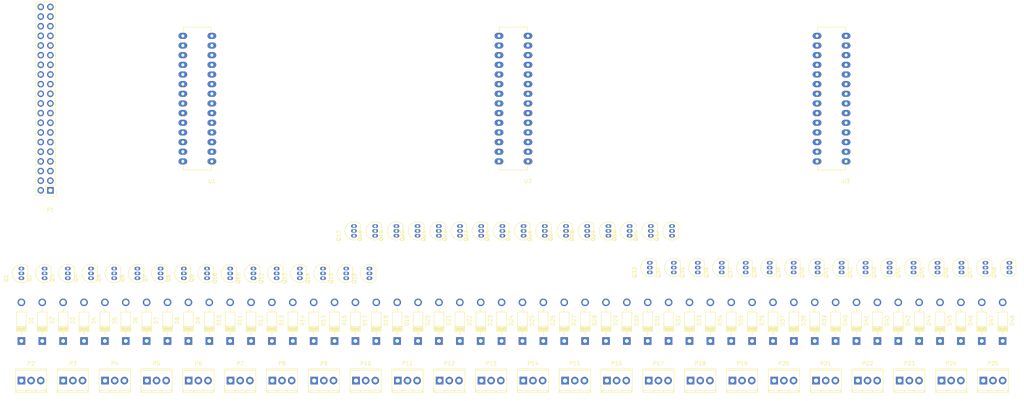
<source format=kicad_pcb>
(kicad_pcb (version 4) (host pcbnew 4.0.4-stable)
  (layers (0 F.Cu signal) (31 B.Cu signal) (34 B.Paste user) (35 F.Paste user) (36 B.SilkS user) (37 F.SilkS user) (38 B.Mask user) (39 F.Mask user) (44 Edge.Cuts user))
  (net 0 "")
  (net 1 "Net-(P1-Pad1)")
  (net 2 +5V)
  (net 3 "/Relay Bank 1/SDA")
  (net 4 "/Relay Bank 1/SCL")
  (net 5 GNDREF)
  (net 6 "Net-(P1-Pad7)")
  (net 7 "Net-(P1-Pad8)")
  (net 8 "Net-(P1-Pad10)")
  (net 9 "Net-(P1-Pad11)")
  (net 10 "Net-(P1-Pad12)")
  (net 11 "Net-(P1-Pad13)")
  (net 12 "Net-(P1-Pad15)")
  (net 13 "Net-(P1-Pad16)")
  (net 14 "Net-(P1-Pad17)")
  (net 15 "Net-(P1-Pad18)")
  (net 16 "Net-(P1-Pad19)")
  (net 17 "Net-(P1-Pad21)")
  (net 18 "Net-(P1-Pad22)")
  (net 19 "Net-(P1-Pad23)")
  (net 20 "Net-(P1-Pad24)")
  (net 21 "Net-(P1-Pad26)")
  (net 22 "Net-(P1-Pad27)")
  (net 23 "Net-(P1-Pad28)")
  (net 24 "Net-(P1-Pad29)")
  (net 25 "Net-(P1-Pad31)")
  (net 26 "Net-(P1-Pad32)")
  (net 27 "Net-(P1-Pad33)")
  (net 28 "Net-(P1-Pad35)")
  (net 29 "Net-(P1-Pad36)")
  (net 30 "Net-(P1-Pad37)")
  (net 31 "Net-(P1-Pad38)")
  (net 32 "Net-(P1-Pad40)")
  (net 33 "Net-(D1-Pad1)")
  (net 34 "Net-(D2-Pad1)")
  (net 35 "Net-(D3-Pad1)")
  (net 36 "Net-(D4-Pad1)")
  (net 37 "Net-(D5-Pad1)")
  (net 38 "Net-(D6-Pad1)")
  (net 39 "Net-(D7-Pad1)")
  (net 40 "Net-(D8-Pad1)")
  (net 41 "Net-(D9-Pad1)")
  (net 42 "Net-(D10-Pad1)")
  (net 43 "Net-(D11-Pad1)")
  (net 44 "Net-(D12-Pad1)")
  (net 45 "Net-(D13-Pad1)")
  (net 46 "Net-(D14-Pad1)")
  (net 47 "Net-(D15-Pad1)")
  (net 48 "Net-(D16-Pad1)")
  (net 49 "Net-(D17-Pad1)")
  (net 50 "Net-(D18-Pad1)")
  (net 51 "Net-(D19-Pad1)")
  (net 52 "Net-(D20-Pad1)")
  (net 53 "Net-(D21-Pad1)")
  (net 54 "Net-(D22-Pad1)")
  (net 55 "Net-(D23-Pad1)")
  (net 56 "Net-(D24-Pad1)")
  (net 57 "Net-(D25-Pad1)")
  (net 58 "Net-(D26-Pad1)")
  (net 59 "Net-(D27-Pad1)")
  (net 60 "Net-(D28-Pad1)")
  (net 61 "Net-(D29-Pad1)")
  (net 62 "Net-(D30-Pad1)")
  (net 63 "Net-(D31-Pad1)")
  (net 64 "Net-(D32-Pad1)")
  (net 65 "Net-(D33-Pad1)")
  (net 66 "Net-(D34-Pad1)")
  (net 67 "Net-(D35-Pad1)")
  (net 68 "Net-(D36-Pad1)")
  (net 69 "Net-(D37-Pad1)")
  (net 70 "Net-(D38-Pad1)")
  (net 71 "Net-(D39-Pad1)")
  (net 72 "Net-(D40-Pad1)")
  (net 73 "Net-(D41-Pad1)")
  (net 74 "Net-(D42-Pad1)")
  (net 75 "Net-(D43-Pad1)")
  (net 76 "Net-(D44-Pad1)")
  (net 77 "Net-(D45-Pad1)")
  (net 78 "Net-(D46-Pad1)")
  (net 79 "Net-(D47-Pad1)")
  (net 80 "Net-(D48-Pad1)")
  (net 81 "/Relay Bank 1/Relay-1-Open")
  (net 82 "/Relay Bank 1/Relay-1-Closed")
  (net 83 "/Relay Bank 1/Relay-2-Open")
  (net 84 "/Relay Bank 1/Relay-2-Closed")
  (net 85 "/Relay Bank 1/Relay-3-Open")
  (net 86 "/Relay Bank 1/Relay-3-Closed")
  (net 87 "/Relay Bank 1/Relay-4-Open")
  (net 88 "/Relay Bank 1/Relay-4-Closed")
  (net 89 "/Relay Bank 1/Relay-5-Open")
  (net 90 "/Relay Bank 1/Relay-5-Closed")
  (net 91 "/Relay Bank 1/Relay-6-Open")
  (net 92 "/Relay Bank 1/Relay-6-Closed")
  (net 93 "/Relay Bank 1/Relay-7-Open")
  (net 94 "/Relay Bank 1/Relay-7-Closed")
  (net 95 "/Relay Bank 1/Relay-8-Open")
  (net 96 "/Relay Bank 1/Relay-8-Closed")
  (net 97 "/Relay Bank 2/Relay-1-Open")
  (net 98 "/Relay Bank 2/Relay-1-Closed")
  (net 99 "/Relay Bank 2/Relay-2-Open")
  (net 100 "/Relay Bank 2/Relay-2-Closed")
  (net 101 "/Relay Bank 2/Relay-3-Open")
  (net 102 "/Relay Bank 2/Relay-3-Closed")
  (net 103 "/Relay Bank 2/Relay-4-Open")
  (net 104 "/Relay Bank 2/Relay-4-Closed")
  (net 105 "/Relay Bank 2/Relay-5-Open")
  (net 106 "/Relay Bank 2/Relay-5-Closed")
  (net 107 "/Relay Bank 2/Relay-6-Open")
  (net 108 "/Relay Bank 2/Relay-6-Closed")
  (net 109 "/Relay Bank 2/Relay-7-Open")
  (net 110 "/Relay Bank 2/Relay-7-Closed")
  (net 111 "/Relay Bank 2/Relay-8-Open")
  (net 112 "/Relay Bank 2/Relay-8-Closed")
  (net 113 "/Relay Bank 3/Relay-1-Open")
  (net 114 "/Relay Bank 3/Relay-1-Closed")
  (net 115 "/Relay Bank 3/Relay-2-Open")
  (net 116 "/Relay Bank 3/Relay-2-Closed")
  (net 117 "/Relay Bank 3/Relay-3-Open")
  (net 118 "/Relay Bank 3/Relay-3-Closed")
  (net 119 "/Relay Bank 3/Relay-4-Open")
  (net 120 "/Relay Bank 3/Relay-4-Closed")
  (net 121 "/Relay Bank 3/Relay-5-Open")
  (net 122 "/Relay Bank 3/Relay-5-Closed")
  (net 123 "/Relay Bank 3/Relay-6-Open")
  (net 124 "/Relay Bank 3/Relay-6-Closed")
  (net 125 "/Relay Bank 3/Relay-7-Open")
  (net 126 "/Relay Bank 3/Relay-7-Closed")
  (net 127 "/Relay Bank 3/Relay-8-Open")
  (net 128 "/Relay Bank 3/Relay-8-Closed")
  (net 129 "Net-(U1-Pad11)")
  (net 130 "Net-(U1-Pad14)")
  (net 131 "Net-(U2-Pad11)")
  (net 132 "Net-(U2-Pad14)")
  (net 133 "Net-(U3-Pad11)")
  (net 134 "Net-(U3-Pad14)")
  (net 135 "Net-(U1-Pad18)")
  (net 136 "Net-(U1-Pad19)")
  (net 137 "Net-(U1-Pad20)")
  (net 138 "Net-(U2-Pad18)")
  (net 139 "Net-(U2-Pad19)")
  (net 140 "Net-(U2-Pad20)")
  (net 141 "Net-(U3-Pad18)")
  (net 142 "Net-(U3-Pad19)")
  (net 143 "Net-(U3-Pad20)")
  (module Pin_Headers:Pin_Header_Straight_2x20 (layer F.Cu) (at 26.924 86.106 180)
    (fp_text reference P1 (at 0 -5.1 180) (layer F.SilkS))
    (fp_text value RaspberryPi-GPIO-header-logical)
    (pad 1 thru_hole rect (at 0 0 180) (size 1.7272 1.7272) (drill 1.016) (layers *.Cu *.Mask) (net 1 "Net-(P1-Pad1)"))
    (pad 2 thru_hole oval (at 2.54 0 180) (size 1.7272 1.7272) (drill 1.016) (layers *.Cu *.Mask) (net 2 +5V))
    (pad 3 thru_hole oval (at 0 2.54 180) (size 1.7272 1.7272) (drill 1.016) (layers *.Cu *.Mask) (net 3 "/Relay Bank 1/SDA"))
    (pad 4 thru_hole oval (at 2.54 2.54 180) (size 1.7272 1.7272) (drill 1.016) (layers *.Cu *.Mask) (net 2 +5V))
    (pad 5 thru_hole oval (at 0 5.08 180) (size 1.7272 1.7272) (drill 1.016) (layers *.Cu *.Mask) (net 4 "/Relay Bank 1/SCL"))
    (pad 6 thru_hole oval (at 2.54 5.08 180) (size 1.7272 1.7272) (drill 1.016) (layers *.Cu *.Mask) (net 5 GNDREF))
    (pad 7 thru_hole oval (at 0 7.62 180) (size 1.7272 1.7272) (drill 1.016) (layers *.Cu *.Mask) (net 6 "Net-(P1-Pad7)"))
    (pad 8 thru_hole oval (at 2.54 7.62 180) (size 1.7272 1.7272) (drill 1.016) (layers *.Cu *.Mask) (net 7 "Net-(P1-Pad8)"))
    (pad 9 thru_hole oval (at 0 10.16 180) (size 1.7272 1.7272) (drill 1.016) (layers *.Cu *.Mask) (net 5 GNDREF))
    (pad 10 thru_hole oval (at 2.54 10.16 180) (size 1.7272 1.7272) (drill 1.016) (layers *.Cu *.Mask) (net 8 "Net-(P1-Pad10)"))
    (pad 11 thru_hole oval (at 0 12.7 180) (size 1.7272 1.7272) (drill 1.016) (layers *.Cu *.Mask) (net 9 "Net-(P1-Pad11)"))
    (pad 12 thru_hole oval (at 2.54 12.7 180) (size 1.7272 1.7272) (drill 1.016) (layers *.Cu *.Mask) (net 10 "Net-(P1-Pad12)"))
    (pad 13 thru_hole oval (at 0 15.24 180) (size 1.7272 1.7272) (drill 1.016) (layers *.Cu *.Mask) (net 11 "Net-(P1-Pad13)"))
    (pad 14 thru_hole oval (at 2.54 15.24 180) (size 1.7272 1.7272) (drill 1.016) (layers *.Cu *.Mask) (net 5 GNDREF))
    (pad 15 thru_hole oval (at 0 17.78 180) (size 1.7272 1.7272) (drill 1.016) (layers *.Cu *.Mask) (net 12 "Net-(P1-Pad15)"))
    (pad 16 thru_hole oval (at 2.54 17.78 180) (size 1.7272 1.7272) (drill 1.016) (layers *.Cu *.Mask) (net 13 "Net-(P1-Pad16)"))
    (pad 17 thru_hole oval (at 0 20.32 180) (size 1.7272 1.7272) (drill 1.016) (layers *.Cu *.Mask) (net 14 "Net-(P1-Pad17)"))
    (pad 18 thru_hole oval (at 2.54 20.32 180) (size 1.7272 1.7272) (drill 1.016) (layers *.Cu *.Mask) (net 15 "Net-(P1-Pad18)"))
    (pad 19 thru_hole oval (at 0 22.86 180) (size 1.7272 1.7272) (drill 1.016) (layers *.Cu *.Mask) (net 16 "Net-(P1-Pad19)"))
    (pad 20 thru_hole oval (at 2.54 22.86 180) (size 1.7272 1.7272) (drill 1.016) (layers *.Cu *.Mask) (net 5 GNDREF))
    (pad 21 thru_hole oval (at 0 25.4 180) (size 1.7272 1.7272) (drill 1.016) (layers *.Cu *.Mask) (net 17 "Net-(P1-Pad21)"))
    (pad 22 thru_hole oval (at 2.54 25.4 180) (size 1.7272 1.7272) (drill 1.016) (layers *.Cu *.Mask) (net 18 "Net-(P1-Pad22)"))
    (pad 23 thru_hole oval (at 0 27.94 180) (size 1.7272 1.7272) (drill 1.016) (layers *.Cu *.Mask) (net 19 "Net-(P1-Pad23)"))
    (pad 24 thru_hole oval (at 2.54 27.94 180) (size 1.7272 1.7272) (drill 1.016) (layers *.Cu *.Mask) (net 20 "Net-(P1-Pad24)"))
    (pad 25 thru_hole oval (at 0 30.48 180) (size 1.7272 1.7272) (drill 1.016) (layers *.Cu *.Mask) (net 5 GNDREF))
    (pad 26 thru_hole oval (at 2.54 30.48 180) (size 1.7272 1.7272) (drill 1.016) (layers *.Cu *.Mask) (net 21 "Net-(P1-Pad26)"))
    (pad 27 thru_hole oval (at 0 33.02 180) (size 1.7272 1.7272) (drill 1.016) (layers *.Cu *.Mask) (net 22 "Net-(P1-Pad27)"))
    (pad 28 thru_hole oval (at 2.54 33.02 180) (size 1.7272 1.7272) (drill 1.016) (layers *.Cu *.Mask) (net 23 "Net-(P1-Pad28)"))
    (pad 29 thru_hole oval (at 0 35.56 180) (size 1.7272 1.7272) (drill 1.016) (layers *.Cu *.Mask) (net 24 "Net-(P1-Pad29)"))
    (pad 30 thru_hole oval (at 2.54 35.56 180) (size 1.7272 1.7272) (drill 1.016) (layers *.Cu *.Mask) (net 5 GNDREF))
    (pad 31 thru_hole oval (at 0 38.1 180) (size 1.7272 1.7272) (drill 1.016) (layers *.Cu *.Mask) (net 25 "Net-(P1-Pad31)"))
    (pad 32 thru_hole oval (at 2.54 38.1 180) (size 1.7272 1.7272) (drill 1.016) (layers *.Cu *.Mask) (net 26 "Net-(P1-Pad32)"))
    (pad 33 thru_hole oval (at 0 40.64 180) (size 1.7272 1.7272) (drill 1.016) (layers *.Cu *.Mask) (net 27 "Net-(P1-Pad33)"))
    (pad 34 thru_hole oval (at 2.54 40.64 180) (size 1.7272 1.7272) (drill 1.016) (layers *.Cu *.Mask) (net 5 GNDREF))
    (pad 35 thru_hole oval (at 0 43.18 180) (size 1.7272 1.7272) (drill 1.016) (layers *.Cu *.Mask) (net 28 "Net-(P1-Pad35)"))
    (pad 36 thru_hole oval (at 2.54 43.18 180) (size 1.7272 1.7272) (drill 1.016) (layers *.Cu *.Mask) (net 29 "Net-(P1-Pad36)"))
    (pad 37 thru_hole oval (at 0 45.72 180) (size 1.7272 1.7272) (drill 1.016) (layers *.Cu *.Mask) (net 30 "Net-(P1-Pad37)"))
    (pad 38 thru_hole oval (at 2.54 45.72 180) (size 1.7272 1.7272) (drill 1.016) (layers *.Cu *.Mask) (net 31 "Net-(P1-Pad38)"))
    (pad 39 thru_hole oval (at 0 48.26 180) (size 1.7272 1.7272) (drill 1.016) (layers *.Cu *.Mask) (net 5 GNDREF))
    (pad 40 thru_hole oval (at 2.54 48.26 180) (size 1.7272 1.7272) (drill 1.016) (layers *.Cu *.Mask) (net 32 "Net-(P1-Pad40)"))
  )
  (module Diodes_ThroughHole:Diode_DO-41_SOD81_Horizontal_RM10 (layer F.Cu) (at 19.30146 125.73 90)
    (fp_text reference D1 (at 5.38734 2.53746 90) (layer F.SilkS))
    (fp_text value 1N4001)
    (pad 2 thru_hole circle (at 10.16 -0.00254 270) (size 1.99898 1.99898) (drill 1.27) (layers *.Cu *.Mask) (net 33 "Net-(D1-Pad1)"))
    (pad 1 thru_hole rect (at 0 -0.00254 270) (size 1.99898 1.99898) (drill 1.00076) (layers *.Cu *.Mask) (net 33 "Net-(D1-Pad1)"))
  )
  (module Diodes_ThroughHole:Diode_DO-41_SOD81_Horizontal_RM10 (layer F.Cu) (at 24.786833 125.73 90)
    (fp_text reference D2 (at 5.38734 2.53746 90) (layer F.SilkS))
    (fp_text value 1N4001)
    (pad 2 thru_hole circle (at 10.16 -0.00254 270) (size 1.99898 1.99898) (drill 1.27) (layers *.Cu *.Mask) (net 34 "Net-(D2-Pad1)"))
    (pad 1 thru_hole rect (at 0 -0.00254 270) (size 1.99898 1.99898) (drill 1.00076) (layers *.Cu *.Mask) (net 34 "Net-(D2-Pad1)"))
  )
  (module Diodes_ThroughHole:Diode_DO-41_SOD81_Horizontal_RM10 (layer F.Cu) (at 30.272206 125.73 90)
    (fp_text reference D3 (at 5.38734 2.53746 90) (layer F.SilkS))
    (fp_text value 1N4001)
    (pad 2 thru_hole circle (at 10.16 -0.00254 270) (size 1.99898 1.99898) (drill 1.27) (layers *.Cu *.Mask) (net 35 "Net-(D3-Pad1)"))
    (pad 1 thru_hole rect (at 0 -0.00254 270) (size 1.99898 1.99898) (drill 1.00076) (layers *.Cu *.Mask) (net 35 "Net-(D3-Pad1)"))
  )
  (module Diodes_ThroughHole:Diode_DO-41_SOD81_Horizontal_RM10 (layer F.Cu) (at 35.757579 125.73 90)
    (fp_text reference D4 (at 5.38734 2.53746 90) (layer F.SilkS))
    (fp_text value 1N4001)
    (pad 2 thru_hole circle (at 10.16 -0.00254 270) (size 1.99898 1.99898) (drill 1.27) (layers *.Cu *.Mask) (net 36 "Net-(D4-Pad1)"))
    (pad 1 thru_hole rect (at 0 -0.00254 270) (size 1.99898 1.99898) (drill 1.00076) (layers *.Cu *.Mask) (net 36 "Net-(D4-Pad1)"))
  )
  (module Diodes_ThroughHole:Diode_DO-41_SOD81_Horizontal_RM10 (layer F.Cu) (at 41.242952 125.73 90)
    (fp_text reference D5 (at 5.38734 2.53746 90) (layer F.SilkS))
    (fp_text value 1N4001)
    (pad 2 thru_hole circle (at 10.16 -0.00254 270) (size 1.99898 1.99898) (drill 1.27) (layers *.Cu *.Mask) (net 37 "Net-(D5-Pad1)"))
    (pad 1 thru_hole rect (at 0 -0.00254 270) (size 1.99898 1.99898) (drill 1.00076) (layers *.Cu *.Mask) (net 37 "Net-(D5-Pad1)"))
  )
  (module Diodes_ThroughHole:Diode_DO-41_SOD81_Horizontal_RM10 (layer F.Cu) (at 46.728325 125.73 90)
    (fp_text reference D6 (at 5.38734 2.53746 90) (layer F.SilkS))
    (fp_text value 1N4001)
    (pad 2 thru_hole circle (at 10.16 -0.00254 270) (size 1.99898 1.99898) (drill 1.27) (layers *.Cu *.Mask) (net 38 "Net-(D6-Pad1)"))
    (pad 1 thru_hole rect (at 0 -0.00254 270) (size 1.99898 1.99898) (drill 1.00076) (layers *.Cu *.Mask) (net 38 "Net-(D6-Pad1)"))
  )
  (module Diodes_ThroughHole:Diode_DO-41_SOD81_Horizontal_RM10 (layer F.Cu) (at 52.213698 125.73 90)
    (fp_text reference D7 (at 5.38734 2.53746 90) (layer F.SilkS))
    (fp_text value 1N4001)
    (pad 2 thru_hole circle (at 10.16 -0.00254 270) (size 1.99898 1.99898) (drill 1.27) (layers *.Cu *.Mask) (net 39 "Net-(D7-Pad1)"))
    (pad 1 thru_hole rect (at 0 -0.00254 270) (size 1.99898 1.99898) (drill 1.00076) (layers *.Cu *.Mask) (net 39 "Net-(D7-Pad1)"))
  )
  (module Diodes_ThroughHole:Diode_DO-41_SOD81_Horizontal_RM10 (layer F.Cu) (at 57.699071 125.73 90)
    (fp_text reference D8 (at 5.38734 2.53746 90) (layer F.SilkS))
    (fp_text value 1N4001)
    (pad 2 thru_hole circle (at 10.16 -0.00254 270) (size 1.99898 1.99898) (drill 1.27) (layers *.Cu *.Mask) (net 40 "Net-(D8-Pad1)"))
    (pad 1 thru_hole rect (at 0 -0.00254 270) (size 1.99898 1.99898) (drill 1.00076) (layers *.Cu *.Mask) (net 40 "Net-(D8-Pad1)"))
  )
  (module Diodes_ThroughHole:Diode_DO-41_SOD81_Horizontal_RM10 (layer F.Cu) (at 63.184444 125.73 90)
    (fp_text reference D9 (at 5.38734 2.53746 90) (layer F.SilkS))
    (fp_text value 1N4001)
    (pad 2 thru_hole circle (at 10.16 -0.00254 270) (size 1.99898 1.99898) (drill 1.27) (layers *.Cu *.Mask) (net 41 "Net-(D9-Pad1)"))
    (pad 1 thru_hole rect (at 0 -0.00254 270) (size 1.99898 1.99898) (drill 1.00076) (layers *.Cu *.Mask) (net 41 "Net-(D9-Pad1)"))
  )
  (module Diodes_ThroughHole:Diode_DO-41_SOD81_Horizontal_RM10 (layer F.Cu) (at 68.669817 125.73 90)
    (fp_text reference D10 (at 5.38734 2.53746 90) (layer F.SilkS))
    (fp_text value 1N4001)
    (pad 2 thru_hole circle (at 10.16 -0.00254 270) (size 1.99898 1.99898) (drill 1.27) (layers *.Cu *.Mask) (net 42 "Net-(D10-Pad1)"))
    (pad 1 thru_hole rect (at 0 -0.00254 270) (size 1.99898 1.99898) (drill 1.00076) (layers *.Cu *.Mask) (net 42 "Net-(D10-Pad1)"))
  )
  (module Diodes_ThroughHole:Diode_DO-41_SOD81_Horizontal_RM10 (layer F.Cu) (at 74.15519 125.73 90)
    (fp_text reference D11 (at 5.38734 2.53746 90) (layer F.SilkS))
    (fp_text value 1N4001)
    (pad 2 thru_hole circle (at 10.16 -0.00254 270) (size 1.99898 1.99898) (drill 1.27) (layers *.Cu *.Mask) (net 43 "Net-(D11-Pad1)"))
    (pad 1 thru_hole rect (at 0 -0.00254 270) (size 1.99898 1.99898) (drill 1.00076) (layers *.Cu *.Mask) (net 43 "Net-(D11-Pad1)"))
  )
  (module Diodes_ThroughHole:Diode_DO-41_SOD81_Horizontal_RM10 (layer F.Cu) (at 79.640563 125.73 90)
    (fp_text reference D12 (at 5.38734 2.53746 90) (layer F.SilkS))
    (fp_text value 1N4001)
    (pad 2 thru_hole circle (at 10.16 -0.00254 270) (size 1.99898 1.99898) (drill 1.27) (layers *.Cu *.Mask) (net 44 "Net-(D12-Pad1)"))
    (pad 1 thru_hole rect (at 0 -0.00254 270) (size 1.99898 1.99898) (drill 1.00076) (layers *.Cu *.Mask) (net 44 "Net-(D12-Pad1)"))
  )
  (module Diodes_ThroughHole:Diode_DO-41_SOD81_Horizontal_RM10 (layer F.Cu) (at 85.125936 125.73 90)
    (fp_text reference D13 (at 5.38734 2.53746 90) (layer F.SilkS))
    (fp_text value 1N4001)
    (pad 2 thru_hole circle (at 10.16 -0.00254 270) (size 1.99898 1.99898) (drill 1.27) (layers *.Cu *.Mask) (net 45 "Net-(D13-Pad1)"))
    (pad 1 thru_hole rect (at 0 -0.00254 270) (size 1.99898 1.99898) (drill 1.00076) (layers *.Cu *.Mask) (net 45 "Net-(D13-Pad1)"))
  )
  (module Diodes_ThroughHole:Diode_DO-41_SOD81_Horizontal_RM10 (layer F.Cu) (at 90.611309 125.73 90)
    (fp_text reference D14 (at 5.38734 2.53746 90) (layer F.SilkS))
    (fp_text value 1N4001)
    (pad 2 thru_hole circle (at 10.16 -0.00254 270) (size 1.99898 1.99898) (drill 1.27) (layers *.Cu *.Mask) (net 46 "Net-(D14-Pad1)"))
    (pad 1 thru_hole rect (at 0 -0.00254 270) (size 1.99898 1.99898) (drill 1.00076) (layers *.Cu *.Mask) (net 46 "Net-(D14-Pad1)"))
  )
  (module Diodes_ThroughHole:Diode_DO-41_SOD81_Horizontal_RM10 (layer F.Cu) (at 96.096682 125.73 90)
    (fp_text reference D15 (at 5.38734 2.53746 90) (layer F.SilkS))
    (fp_text value 1N4001)
    (pad 2 thru_hole circle (at 10.16 -0.00254 270) (size 1.99898 1.99898) (drill 1.27) (layers *.Cu *.Mask) (net 47 "Net-(D15-Pad1)"))
    (pad 1 thru_hole rect (at 0 -0.00254 270) (size 1.99898 1.99898) (drill 1.00076) (layers *.Cu *.Mask) (net 47 "Net-(D15-Pad1)"))
  )
  (module Diodes_ThroughHole:Diode_DO-41_SOD81_Horizontal_RM10 (layer F.Cu) (at 101.582055 125.73 90)
    (fp_text reference D16 (at 5.38734 2.53746 90) (layer F.SilkS))
    (fp_text value 1N4001)
    (pad 2 thru_hole circle (at 10.16 -0.00254 270) (size 1.99898 1.99898) (drill 1.27) (layers *.Cu *.Mask) (net 48 "Net-(D16-Pad1)"))
    (pad 1 thru_hole rect (at 0 -0.00254 270) (size 1.99898 1.99898) (drill 1.00076) (layers *.Cu *.Mask) (net 48 "Net-(D16-Pad1)"))
  )
  (module Diodes_ThroughHole:Diode_DO-41_SOD81_Horizontal_RM10 (layer F.Cu) (at 107.067428 125.73 90)
    (fp_text reference D17 (at 5.38734 2.53746 90) (layer F.SilkS))
    (fp_text value 1N4001)
    (pad 2 thru_hole circle (at 10.16 -0.00254 270) (size 1.99898 1.99898) (drill 1.27) (layers *.Cu *.Mask) (net 49 "Net-(D17-Pad1)"))
    (pad 1 thru_hole rect (at 0 -0.00254 270) (size 1.99898 1.99898) (drill 1.00076) (layers *.Cu *.Mask) (net 49 "Net-(D17-Pad1)"))
  )
  (module Diodes_ThroughHole:Diode_DO-41_SOD81_Horizontal_RM10 (layer F.Cu) (at 112.552801 125.73 90)
    (fp_text reference D18 (at 5.38734 2.53746 90) (layer F.SilkS))
    (fp_text value 1N4001)
    (pad 2 thru_hole circle (at 10.16 -0.00254 270) (size 1.99898 1.99898) (drill 1.27) (layers *.Cu *.Mask) (net 50 "Net-(D18-Pad1)"))
    (pad 1 thru_hole rect (at 0 -0.00254 270) (size 1.99898 1.99898) (drill 1.00076) (layers *.Cu *.Mask) (net 50 "Net-(D18-Pad1)"))
  )
  (module Diodes_ThroughHole:Diode_DO-41_SOD81_Horizontal_RM10 (layer F.Cu) (at 118.038174 125.73 90)
    (fp_text reference D19 (at 5.38734 2.53746 90) (layer F.SilkS))
    (fp_text value 1N4001)
    (pad 2 thru_hole circle (at 10.16 -0.00254 270) (size 1.99898 1.99898) (drill 1.27) (layers *.Cu *.Mask) (net 51 "Net-(D19-Pad1)"))
    (pad 1 thru_hole rect (at 0 -0.00254 270) (size 1.99898 1.99898) (drill 1.00076) (layers *.Cu *.Mask) (net 51 "Net-(D19-Pad1)"))
  )
  (module Diodes_ThroughHole:Diode_DO-41_SOD81_Horizontal_RM10 (layer F.Cu) (at 123.523547 125.73 90)
    (fp_text reference D20 (at 5.38734 2.53746 90) (layer F.SilkS))
    (fp_text value 1N4001)
    (pad 2 thru_hole circle (at 10.16 -0.00254 270) (size 1.99898 1.99898) (drill 1.27) (layers *.Cu *.Mask) (net 52 "Net-(D20-Pad1)"))
    (pad 1 thru_hole rect (at 0 -0.00254 270) (size 1.99898 1.99898) (drill 1.00076) (layers *.Cu *.Mask) (net 52 "Net-(D20-Pad1)"))
  )
  (module Diodes_ThroughHole:Diode_DO-41_SOD81_Horizontal_RM10 (layer F.Cu) (at 129.00892 125.73 90)
    (fp_text reference D21 (at 5.38734 2.53746 90) (layer F.SilkS))
    (fp_text value 1N4001)
    (pad 2 thru_hole circle (at 10.16 -0.00254 270) (size 1.99898 1.99898) (drill 1.27) (layers *.Cu *.Mask) (net 53 "Net-(D21-Pad1)"))
    (pad 1 thru_hole rect (at 0 -0.00254 270) (size 1.99898 1.99898) (drill 1.00076) (layers *.Cu *.Mask) (net 53 "Net-(D21-Pad1)"))
  )
  (module Diodes_ThroughHole:Diode_DO-41_SOD81_Horizontal_RM10 (layer F.Cu) (at 134.494293 125.73 90)
    (fp_text reference D22 (at 5.38734 2.53746 90) (layer F.SilkS))
    (fp_text value 1N4001)
    (pad 2 thru_hole circle (at 10.16 -0.00254 270) (size 1.99898 1.99898) (drill 1.27) (layers *.Cu *.Mask) (net 54 "Net-(D22-Pad1)"))
    (pad 1 thru_hole rect (at 0 -0.00254 270) (size 1.99898 1.99898) (drill 1.00076) (layers *.Cu *.Mask) (net 54 "Net-(D22-Pad1)"))
  )
  (module Diodes_ThroughHole:Diode_DO-41_SOD81_Horizontal_RM10 (layer F.Cu) (at 139.979666 125.73 90)
    (fp_text reference D23 (at 5.38734 2.53746 90) (layer F.SilkS))
    (fp_text value 1N4001)
    (pad 2 thru_hole circle (at 10.16 -0.00254 270) (size 1.99898 1.99898) (drill 1.27) (layers *.Cu *.Mask) (net 55 "Net-(D23-Pad1)"))
    (pad 1 thru_hole rect (at 0 -0.00254 270) (size 1.99898 1.99898) (drill 1.00076) (layers *.Cu *.Mask) (net 55 "Net-(D23-Pad1)"))
  )
  (module Diodes_ThroughHole:Diode_DO-41_SOD81_Horizontal_RM10 (layer F.Cu) (at 145.465039 125.73 90)
    (fp_text reference D24 (at 5.38734 2.53746 90) (layer F.SilkS))
    (fp_text value 1N4001)
    (pad 2 thru_hole circle (at 10.16 -0.00254 270) (size 1.99898 1.99898) (drill 1.27) (layers *.Cu *.Mask) (net 56 "Net-(D24-Pad1)"))
    (pad 1 thru_hole rect (at 0 -0.00254 270) (size 1.99898 1.99898) (drill 1.00076) (layers *.Cu *.Mask) (net 56 "Net-(D24-Pad1)"))
  )
  (module Diodes_ThroughHole:Diode_DO-41_SOD81_Horizontal_RM10 (layer F.Cu) (at 150.950412 125.73 90)
    (fp_text reference D25 (at 5.38734 2.53746 90) (layer F.SilkS))
    (fp_text value 1N4001)
    (pad 2 thru_hole circle (at 10.16 -0.00254 270) (size 1.99898 1.99898) (drill 1.27) (layers *.Cu *.Mask) (net 57 "Net-(D25-Pad1)"))
    (pad 1 thru_hole rect (at 0 -0.00254 270) (size 1.99898 1.99898) (drill 1.00076) (layers *.Cu *.Mask) (net 57 "Net-(D25-Pad1)"))
  )
  (module Diodes_ThroughHole:Diode_DO-41_SOD81_Horizontal_RM10 (layer F.Cu) (at 156.435785 125.73 90)
    (fp_text reference D26 (at 5.38734 2.53746 90) (layer F.SilkS))
    (fp_text value 1N4001)
    (pad 2 thru_hole circle (at 10.16 -0.00254 270) (size 1.99898 1.99898) (drill 1.27) (layers *.Cu *.Mask) (net 58 "Net-(D26-Pad1)"))
    (pad 1 thru_hole rect (at 0 -0.00254 270) (size 1.99898 1.99898) (drill 1.00076) (layers *.Cu *.Mask) (net 58 "Net-(D26-Pad1)"))
  )
  (module Diodes_ThroughHole:Diode_DO-41_SOD81_Horizontal_RM10 (layer F.Cu) (at 161.921158 125.73 90)
    (fp_text reference D27 (at 5.38734 2.53746 90) (layer F.SilkS))
    (fp_text value 1N4001)
    (pad 2 thru_hole circle (at 10.16 -0.00254 270) (size 1.99898 1.99898) (drill 1.27) (layers *.Cu *.Mask) (net 59 "Net-(D27-Pad1)"))
    (pad 1 thru_hole rect (at 0 -0.00254 270) (size 1.99898 1.99898) (drill 1.00076) (layers *.Cu *.Mask) (net 59 "Net-(D27-Pad1)"))
  )
  (module Diodes_ThroughHole:Diode_DO-41_SOD81_Horizontal_RM10 (layer F.Cu) (at 167.406531 125.73 90)
    (fp_text reference D28 (at 5.38734 2.53746 90) (layer F.SilkS))
    (fp_text value 1N4001)
    (pad 2 thru_hole circle (at 10.16 -0.00254 270) (size 1.99898 1.99898) (drill 1.27) (layers *.Cu *.Mask) (net 60 "Net-(D28-Pad1)"))
    (pad 1 thru_hole rect (at 0 -0.00254 270) (size 1.99898 1.99898) (drill 1.00076) (layers *.Cu *.Mask) (net 60 "Net-(D28-Pad1)"))
  )
  (module Diodes_ThroughHole:Diode_DO-41_SOD81_Horizontal_RM10 (layer F.Cu) (at 172.891904 125.73 90)
    (fp_text reference D29 (at 5.38734 2.53746 90) (layer F.SilkS))
    (fp_text value 1N4001)
    (pad 2 thru_hole circle (at 10.16 -0.00254 270) (size 1.99898 1.99898) (drill 1.27) (layers *.Cu *.Mask) (net 61 "Net-(D29-Pad1)"))
    (pad 1 thru_hole rect (at 0 -0.00254 270) (size 1.99898 1.99898) (drill 1.00076) (layers *.Cu *.Mask) (net 61 "Net-(D29-Pad1)"))
  )
  (module Diodes_ThroughHole:Diode_DO-41_SOD81_Horizontal_RM10 (layer F.Cu) (at 178.377277 125.73 90)
    (fp_text reference D30 (at 5.38734 2.53746 90) (layer F.SilkS))
    (fp_text value 1N4001)
    (pad 2 thru_hole circle (at 10.16 -0.00254 270) (size 1.99898 1.99898) (drill 1.27) (layers *.Cu *.Mask) (net 62 "Net-(D30-Pad1)"))
    (pad 1 thru_hole rect (at 0 -0.00254 270) (size 1.99898 1.99898) (drill 1.00076) (layers *.Cu *.Mask) (net 62 "Net-(D30-Pad1)"))
  )
  (module Diodes_ThroughHole:Diode_DO-41_SOD81_Horizontal_RM10 (layer F.Cu) (at 183.86265 125.73 90)
    (fp_text reference D31 (at 5.38734 2.53746 90) (layer F.SilkS))
    (fp_text value 1N4001)
    (pad 2 thru_hole circle (at 10.16 -0.00254 270) (size 1.99898 1.99898) (drill 1.27) (layers *.Cu *.Mask) (net 63 "Net-(D31-Pad1)"))
    (pad 1 thru_hole rect (at 0 -0.00254 270) (size 1.99898 1.99898) (drill 1.00076) (layers *.Cu *.Mask) (net 63 "Net-(D31-Pad1)"))
  )
  (module Diodes_ThroughHole:Diode_DO-41_SOD81_Horizontal_RM10 (layer F.Cu) (at 189.348023 125.73 90)
    (fp_text reference D32 (at 5.38734 2.53746 90) (layer F.SilkS))
    (fp_text value 1N4001)
    (pad 2 thru_hole circle (at 10.16 -0.00254 270) (size 1.99898 1.99898) (drill 1.27) (layers *.Cu *.Mask) (net 64 "Net-(D32-Pad1)"))
    (pad 1 thru_hole rect (at 0 -0.00254 270) (size 1.99898 1.99898) (drill 1.00076) (layers *.Cu *.Mask) (net 64 "Net-(D32-Pad1)"))
  )
  (module Diodes_ThroughHole:Diode_DO-41_SOD81_Horizontal_RM10 (layer F.Cu) (at 194.833396 125.73 90)
    (fp_text reference D33 (at 5.38734 2.53746 90) (layer F.SilkS))
    (fp_text value 1N4001)
    (pad 2 thru_hole circle (at 10.16 -0.00254 270) (size 1.99898 1.99898) (drill 1.27) (layers *.Cu *.Mask) (net 65 "Net-(D33-Pad1)"))
    (pad 1 thru_hole rect (at 0 -0.00254 270) (size 1.99898 1.99898) (drill 1.00076) (layers *.Cu *.Mask) (net 65 "Net-(D33-Pad1)"))
  )
  (module Diodes_ThroughHole:Diode_DO-41_SOD81_Horizontal_RM10 (layer F.Cu) (at 200.318769 125.73 90)
    (fp_text reference D34 (at 5.38734 2.53746 90) (layer F.SilkS))
    (fp_text value 1N4001)
    (pad 2 thru_hole circle (at 10.16 -0.00254 270) (size 1.99898 1.99898) (drill 1.27) (layers *.Cu *.Mask) (net 66 "Net-(D34-Pad1)"))
    (pad 1 thru_hole rect (at 0 -0.00254 270) (size 1.99898 1.99898) (drill 1.00076) (layers *.Cu *.Mask) (net 66 "Net-(D34-Pad1)"))
  )
  (module Diodes_ThroughHole:Diode_DO-41_SOD81_Horizontal_RM10 (layer F.Cu) (at 205.804142 125.73 90)
    (fp_text reference D35 (at 5.38734 2.53746 90) (layer F.SilkS))
    (fp_text value 1N4001)
    (pad 2 thru_hole circle (at 10.16 -0.00254 270) (size 1.99898 1.99898) (drill 1.27) (layers *.Cu *.Mask) (net 67 "Net-(D35-Pad1)"))
    (pad 1 thru_hole rect (at 0 -0.00254 270) (size 1.99898 1.99898) (drill 1.00076) (layers *.Cu *.Mask) (net 67 "Net-(D35-Pad1)"))
  )
  (module Diodes_ThroughHole:Diode_DO-41_SOD81_Horizontal_RM10 (layer F.Cu) (at 211.289515 125.73 90)
    (fp_text reference D36 (at 5.38734 2.53746 90) (layer F.SilkS))
    (fp_text value 1N4001)
    (pad 2 thru_hole circle (at 10.16 -0.00254 270) (size 1.99898 1.99898) (drill 1.27) (layers *.Cu *.Mask) (net 68 "Net-(D36-Pad1)"))
    (pad 1 thru_hole rect (at 0 -0.00254 270) (size 1.99898 1.99898) (drill 1.00076) (layers *.Cu *.Mask) (net 68 "Net-(D36-Pad1)"))
  )
  (module Diodes_ThroughHole:Diode_DO-41_SOD81_Horizontal_RM10 (layer F.Cu) (at 216.774888 125.73 90)
    (fp_text reference D37 (at 5.38734 2.53746 90) (layer F.SilkS))
    (fp_text value 1N4001)
    (pad 2 thru_hole circle (at 10.16 -0.00254 270) (size 1.99898 1.99898) (drill 1.27) (layers *.Cu *.Mask) (net 69 "Net-(D37-Pad1)"))
    (pad 1 thru_hole rect (at 0 -0.00254 270) (size 1.99898 1.99898) (drill 1.00076) (layers *.Cu *.Mask) (net 69 "Net-(D37-Pad1)"))
  )
  (module Diodes_ThroughHole:Diode_DO-41_SOD81_Horizontal_RM10 (layer F.Cu) (at 222.260261 125.73 90)
    (fp_text reference D38 (at 5.38734 2.53746 90) (layer F.SilkS))
    (fp_text value 1N4001)
    (pad 2 thru_hole circle (at 10.16 -0.00254 270) (size 1.99898 1.99898) (drill 1.27) (layers *.Cu *.Mask) (net 70 "Net-(D38-Pad1)"))
    (pad 1 thru_hole rect (at 0 -0.00254 270) (size 1.99898 1.99898) (drill 1.00076) (layers *.Cu *.Mask) (net 70 "Net-(D38-Pad1)"))
  )
  (module Diodes_ThroughHole:Diode_DO-41_SOD81_Horizontal_RM10 (layer F.Cu) (at 227.745634 125.73 90)
    (fp_text reference D39 (at 5.38734 2.53746 90) (layer F.SilkS))
    (fp_text value 1N4001)
    (pad 2 thru_hole circle (at 10.16 -0.00254 270) (size 1.99898 1.99898) (drill 1.27) (layers *.Cu *.Mask) (net 71 "Net-(D39-Pad1)"))
    (pad 1 thru_hole rect (at 0 -0.00254 270) (size 1.99898 1.99898) (drill 1.00076) (layers *.Cu *.Mask) (net 71 "Net-(D39-Pad1)"))
  )
  (module Diodes_ThroughHole:Diode_DO-41_SOD81_Horizontal_RM10 (layer F.Cu) (at 233.231007 125.73 90)
    (fp_text reference D40 (at 5.38734 2.53746 90) (layer F.SilkS))
    (fp_text value 1N4001)
    (pad 2 thru_hole circle (at 10.16 -0.00254 270) (size 1.99898 1.99898) (drill 1.27) (layers *.Cu *.Mask) (net 72 "Net-(D40-Pad1)"))
    (pad 1 thru_hole rect (at 0 -0.00254 270) (size 1.99898 1.99898) (drill 1.00076) (layers *.Cu *.Mask) (net 72 "Net-(D40-Pad1)"))
  )
  (module Diodes_ThroughHole:Diode_DO-41_SOD81_Horizontal_RM10 (layer F.Cu) (at 238.71638 125.73 90)
    (fp_text reference D41 (at 5.38734 2.53746 90) (layer F.SilkS))
    (fp_text value 1N4001)
    (pad 2 thru_hole circle (at 10.16 -0.00254 270) (size 1.99898 1.99898) (drill 1.27) (layers *.Cu *.Mask) (net 73 "Net-(D41-Pad1)"))
    (pad 1 thru_hole rect (at 0 -0.00254 270) (size 1.99898 1.99898) (drill 1.00076) (layers *.Cu *.Mask) (net 73 "Net-(D41-Pad1)"))
  )
  (module Diodes_ThroughHole:Diode_DO-41_SOD81_Horizontal_RM10 (layer F.Cu) (at 244.201753 125.73 90)
    (fp_text reference D42 (at 5.38734 2.53746 90) (layer F.SilkS))
    (fp_text value 1N4001)
    (pad 2 thru_hole circle (at 10.16 -0.00254 270) (size 1.99898 1.99898) (drill 1.27) (layers *.Cu *.Mask) (net 74 "Net-(D42-Pad1)"))
    (pad 1 thru_hole rect (at 0 -0.00254 270) (size 1.99898 1.99898) (drill 1.00076) (layers *.Cu *.Mask) (net 74 "Net-(D42-Pad1)"))
  )
  (module Diodes_ThroughHole:Diode_DO-41_SOD81_Horizontal_RM10 (layer F.Cu) (at 249.687126 125.73 90)
    (fp_text reference D43 (at 5.38734 2.53746 90) (layer F.SilkS))
    (fp_text value 1N4001)
    (pad 2 thru_hole circle (at 10.16 -0.00254 270) (size 1.99898 1.99898) (drill 1.27) (layers *.Cu *.Mask) (net 75 "Net-(D43-Pad1)"))
    (pad 1 thru_hole rect (at 0 -0.00254 270) (size 1.99898 1.99898) (drill 1.00076) (layers *.Cu *.Mask) (net 75 "Net-(D43-Pad1)"))
  )
  (module Diodes_ThroughHole:Diode_DO-41_SOD81_Horizontal_RM10 (layer F.Cu) (at 255.172499 125.73 90)
    (fp_text reference D44 (at 5.38734 2.53746 90) (layer F.SilkS))
    (fp_text value 1N4001)
    (pad 2 thru_hole circle (at 10.16 -0.00254 270) (size 1.99898 1.99898) (drill 1.27) (layers *.Cu *.Mask) (net 76 "Net-(D44-Pad1)"))
    (pad 1 thru_hole rect (at 0 -0.00254 270) (size 1.99898 1.99898) (drill 1.00076) (layers *.Cu *.Mask) (net 76 "Net-(D44-Pad1)"))
  )
  (module Diodes_ThroughHole:Diode_DO-41_SOD81_Horizontal_RM10 (layer F.Cu) (at 260.657872 125.73 90)
    (fp_text reference D45 (at 5.38734 2.53746 90) (layer F.SilkS))
    (fp_text value 1N4001)
    (pad 2 thru_hole circle (at 10.16 -0.00254 270) (size 1.99898 1.99898) (drill 1.27) (layers *.Cu *.Mask) (net 77 "Net-(D45-Pad1)"))
    (pad 1 thru_hole rect (at 0 -0.00254 270) (size 1.99898 1.99898) (drill 1.00076) (layers *.Cu *.Mask) (net 77 "Net-(D45-Pad1)"))
  )
  (module Diodes_ThroughHole:Diode_DO-41_SOD81_Horizontal_RM10 (layer F.Cu) (at 266.143245 125.73 90)
    (fp_text reference D46 (at 5.38734 2.53746 90) (layer F.SilkS))
    (fp_text value 1N4001)
    (pad 2 thru_hole circle (at 10.16 -0.00254 270) (size 1.99898 1.99898) (drill 1.27) (layers *.Cu *.Mask) (net 78 "Net-(D46-Pad1)"))
    (pad 1 thru_hole rect (at 0 -0.00254 270) (size 1.99898 1.99898) (drill 1.00076) (layers *.Cu *.Mask) (net 78 "Net-(D46-Pad1)"))
  )
  (module Diodes_ThroughHole:Diode_DO-41_SOD81_Horizontal_RM10 (layer F.Cu) (at 271.628618 125.73 90)
    (fp_text reference D47 (at 5.38734 2.53746 90) (layer F.SilkS))
    (fp_text value 1N4001)
    (pad 2 thru_hole circle (at 10.16 -0.00254 270) (size 1.99898 1.99898) (drill 1.27) (layers *.Cu *.Mask) (net 79 "Net-(D47-Pad1)"))
    (pad 1 thru_hole rect (at 0 -0.00254 270) (size 1.99898 1.99898) (drill 1.00076) (layers *.Cu *.Mask) (net 79 "Net-(D47-Pad1)"))
  )
  (module Diodes_ThroughHole:Diode_DO-41_SOD81_Horizontal_RM10 (layer F.Cu) (at 277.113991 125.73 90)
    (fp_text reference D48 (at 5.38734 2.53746 90) (layer F.SilkS))
    (fp_text value 1N4001)
    (pad 2 thru_hole circle (at 10.16 -0.00254 270) (size 1.99898 1.99898) (drill 1.27) (layers *.Cu *.Mask) (net 80 "Net-(D48-Pad1)"))
    (pad 1 thru_hole rect (at 0 -0.00254 270) (size 1.99898 1.99898) (drill 1.00076) (layers *.Cu *.Mask) (net 80 "Net-(D48-Pad1)"))
  )
  (module Terminal_Blocks:TerminalBlock_Pheonix_MPT-2.54mm_3pol (layer F.Cu) (at 19.304 136.144)
    (fp_text reference P2 (at 2.54 -4.50088) (layer F.SilkS))
    (fp_text value "Relay 1")
    (pad 3 thru_hole oval (at 5.08 0) (size 1.99898 1.99898) (drill 1.09728) (layers *.Cu *.Mask) (net 34 "Net-(D2-Pad1)"))
    (pad 1 thru_hole rect (at 0 0) (size 1.99898 1.99898) (drill 1.09728) (layers *.Cu *.Mask) (net 33 "Net-(D1-Pad1)"))
    (pad 2 thru_hole oval (at 2.54 0) (size 1.99898 1.99898) (drill 1.09728) (layers *.Cu *.Mask) (net 5 GNDREF))
  )
  (module Terminal_Blocks:TerminalBlock_Pheonix_MPT-2.54mm_3pol (layer F.Cu) (at 30.29226 136.144)
    (fp_text reference P3 (at 2.54 -4.50088) (layer F.SilkS))
    (fp_text value "Relay 2")
    (pad 3 thru_hole oval (at 5.08 0) (size 1.99898 1.99898) (drill 1.09728) (layers *.Cu *.Mask) (net 36 "Net-(D4-Pad1)"))
    (pad 1 thru_hole rect (at 0 0) (size 1.99898 1.99898) (drill 1.09728) (layers *.Cu *.Mask) (net 35 "Net-(D3-Pad1)"))
    (pad 2 thru_hole oval (at 2.54 0) (size 1.99898 1.99898) (drill 1.09728) (layers *.Cu *.Mask) (net 5 GNDREF))
  )
  (module Terminal_Blocks:TerminalBlock_Pheonix_MPT-2.54mm_3pol (layer F.Cu) (at 41.28052 136.144)
    (fp_text reference P4 (at 2.54 -4.50088) (layer F.SilkS))
    (fp_text value "Relay 3")
    (pad 3 thru_hole oval (at 5.08 0) (size 1.99898 1.99898) (drill 1.09728) (layers *.Cu *.Mask) (net 38 "Net-(D6-Pad1)"))
    (pad 1 thru_hole rect (at 0 0) (size 1.99898 1.99898) (drill 1.09728) (layers *.Cu *.Mask) (net 37 "Net-(D5-Pad1)"))
    (pad 2 thru_hole oval (at 2.54 0) (size 1.99898 1.99898) (drill 1.09728) (layers *.Cu *.Mask) (net 5 GNDREF))
  )
  (module Terminal_Blocks:TerminalBlock_Pheonix_MPT-2.54mm_3pol (layer F.Cu) (at 52.26878 136.144)
    (fp_text reference P5 (at 2.54 -4.50088) (layer F.SilkS))
    (fp_text value "Relay 4")
    (pad 3 thru_hole oval (at 5.08 0) (size 1.99898 1.99898) (drill 1.09728) (layers *.Cu *.Mask) (net 40 "Net-(D8-Pad1)"))
    (pad 1 thru_hole rect (at 0 0) (size 1.99898 1.99898) (drill 1.09728) (layers *.Cu *.Mask) (net 39 "Net-(D7-Pad1)"))
    (pad 2 thru_hole oval (at 2.54 0) (size 1.99898 1.99898) (drill 1.09728) (layers *.Cu *.Mask) (net 5 GNDREF))
  )
  (module Terminal_Blocks:TerminalBlock_Pheonix_MPT-2.54mm_3pol (layer F.Cu) (at 63.25704 136.144)
    (fp_text reference P6 (at 2.54 -4.50088) (layer F.SilkS))
    (fp_text value "Relay 5")
    (pad 3 thru_hole oval (at 5.08 0) (size 1.99898 1.99898) (drill 1.09728) (layers *.Cu *.Mask) (net 42 "Net-(D10-Pad1)"))
    (pad 1 thru_hole rect (at 0 0) (size 1.99898 1.99898) (drill 1.09728) (layers *.Cu *.Mask) (net 41 "Net-(D9-Pad1)"))
    (pad 2 thru_hole oval (at 2.54 0) (size 1.99898 1.99898) (drill 1.09728) (layers *.Cu *.Mask) (net 5 GNDREF))
  )
  (module Terminal_Blocks:TerminalBlock_Pheonix_MPT-2.54mm_3pol (layer F.Cu) (at 74.2453 136.144)
    (fp_text reference P7 (at 2.54 -4.50088) (layer F.SilkS))
    (fp_text value "Relay 6")
    (pad 3 thru_hole oval (at 5.08 0) (size 1.99898 1.99898) (drill 1.09728) (layers *.Cu *.Mask) (net 44 "Net-(D12-Pad1)"))
    (pad 1 thru_hole rect (at 0 0) (size 1.99898 1.99898) (drill 1.09728) (layers *.Cu *.Mask) (net 43 "Net-(D11-Pad1)"))
    (pad 2 thru_hole oval (at 2.54 0) (size 1.99898 1.99898) (drill 1.09728) (layers *.Cu *.Mask) (net 5 GNDREF))
  )
  (module Terminal_Blocks:TerminalBlock_Pheonix_MPT-2.54mm_3pol (layer F.Cu) (at 85.23356 136.144)
    (fp_text reference P8 (at 2.54 -4.50088) (layer F.SilkS))
    (fp_text value "Relay 7")
    (pad 3 thru_hole oval (at 5.08 0) (size 1.99898 1.99898) (drill 1.09728) (layers *.Cu *.Mask) (net 46 "Net-(D14-Pad1)"))
    (pad 1 thru_hole rect (at 0 0) (size 1.99898 1.99898) (drill 1.09728) (layers *.Cu *.Mask) (net 45 "Net-(D13-Pad1)"))
    (pad 2 thru_hole oval (at 2.54 0) (size 1.99898 1.99898) (drill 1.09728) (layers *.Cu *.Mask) (net 5 GNDREF))
  )
  (module Terminal_Blocks:TerminalBlock_Pheonix_MPT-2.54mm_3pol (layer F.Cu) (at 96.22182 136.144)
    (fp_text reference P9 (at 2.54 -4.50088) (layer F.SilkS))
    (fp_text value "Relay 8")
    (pad 3 thru_hole oval (at 5.08 0) (size 1.99898 1.99898) (drill 1.09728) (layers *.Cu *.Mask) (net 48 "Net-(D16-Pad1)"))
    (pad 1 thru_hole rect (at 0 0) (size 1.99898 1.99898) (drill 1.09728) (layers *.Cu *.Mask) (net 47 "Net-(D15-Pad1)"))
    (pad 2 thru_hole oval (at 2.54 0) (size 1.99898 1.99898) (drill 1.09728) (layers *.Cu *.Mask) (net 5 GNDREF))
  )
  (module Terminal_Blocks:TerminalBlock_Pheonix_MPT-2.54mm_3pol (layer F.Cu) (at 107.21008 136.144)
    (fp_text reference P10 (at 2.54 -4.50088) (layer F.SilkS))
    (fp_text value "Relay 1")
    (pad 3 thru_hole oval (at 5.08 0) (size 1.99898 1.99898) (drill 1.09728) (layers *.Cu *.Mask) (net 50 "Net-(D18-Pad1)"))
    (pad 1 thru_hole rect (at 0 0) (size 1.99898 1.99898) (drill 1.09728) (layers *.Cu *.Mask) (net 49 "Net-(D17-Pad1)"))
    (pad 2 thru_hole oval (at 2.54 0) (size 1.99898 1.99898) (drill 1.09728) (layers *.Cu *.Mask) (net 5 GNDREF))
  )
  (module Terminal_Blocks:TerminalBlock_Pheonix_MPT-2.54mm_3pol (layer F.Cu) (at 118.19834 136.144)
    (fp_text reference P11 (at 2.54 -4.50088) (layer F.SilkS))
    (fp_text value "Relay 2")
    (pad 3 thru_hole oval (at 5.08 0) (size 1.99898 1.99898) (drill 1.09728) (layers *.Cu *.Mask) (net 52 "Net-(D20-Pad1)"))
    (pad 1 thru_hole rect (at 0 0) (size 1.99898 1.99898) (drill 1.09728) (layers *.Cu *.Mask) (net 51 "Net-(D19-Pad1)"))
    (pad 2 thru_hole oval (at 2.54 0) (size 1.99898 1.99898) (drill 1.09728) (layers *.Cu *.Mask) (net 5 GNDREF))
  )
  (module Terminal_Blocks:TerminalBlock_Pheonix_MPT-2.54mm_3pol (layer F.Cu) (at 129.1866 136.144)
    (fp_text reference P12 (at 2.54 -4.50088) (layer F.SilkS))
    (fp_text value "Relay 3")
    (pad 3 thru_hole oval (at 5.08 0) (size 1.99898 1.99898) (drill 1.09728) (layers *.Cu *.Mask) (net 54 "Net-(D22-Pad1)"))
    (pad 1 thru_hole rect (at 0 0) (size 1.99898 1.99898) (drill 1.09728) (layers *.Cu *.Mask) (net 53 "Net-(D21-Pad1)"))
    (pad 2 thru_hole oval (at 2.54 0) (size 1.99898 1.99898) (drill 1.09728) (layers *.Cu *.Mask) (net 5 GNDREF))
  )
  (module Terminal_Blocks:TerminalBlock_Pheonix_MPT-2.54mm_3pol (layer F.Cu) (at 140.17486 136.144)
    (fp_text reference P13 (at 2.54 -4.50088) (layer F.SilkS))
    (fp_text value "Relay 4")
    (pad 3 thru_hole oval (at 5.08 0) (size 1.99898 1.99898) (drill 1.09728) (layers *.Cu *.Mask) (net 56 "Net-(D24-Pad1)"))
    (pad 1 thru_hole rect (at 0 0) (size 1.99898 1.99898) (drill 1.09728) (layers *.Cu *.Mask) (net 55 "Net-(D23-Pad1)"))
    (pad 2 thru_hole oval (at 2.54 0) (size 1.99898 1.99898) (drill 1.09728) (layers *.Cu *.Mask) (net 5 GNDREF))
  )
  (module Terminal_Blocks:TerminalBlock_Pheonix_MPT-2.54mm_3pol (layer F.Cu) (at 151.16312 136.144)
    (fp_text reference P14 (at 2.54 -4.50088) (layer F.SilkS))
    (fp_text value "Relay 5")
    (pad 3 thru_hole oval (at 5.08 0) (size 1.99898 1.99898) (drill 1.09728) (layers *.Cu *.Mask) (net 58 "Net-(D26-Pad1)"))
    (pad 1 thru_hole rect (at 0 0) (size 1.99898 1.99898) (drill 1.09728) (layers *.Cu *.Mask) (net 57 "Net-(D25-Pad1)"))
    (pad 2 thru_hole oval (at 2.54 0) (size 1.99898 1.99898) (drill 1.09728) (layers *.Cu *.Mask) (net 5 GNDREF))
  )
  (module Terminal_Blocks:TerminalBlock_Pheonix_MPT-2.54mm_3pol (layer F.Cu) (at 162.15138 136.144)
    (fp_text reference P15 (at 2.54 -4.50088) (layer F.SilkS))
    (fp_text value "Relay 6")
    (pad 3 thru_hole oval (at 5.08 0) (size 1.99898 1.99898) (drill 1.09728) (layers *.Cu *.Mask) (net 60 "Net-(D28-Pad1)"))
    (pad 1 thru_hole rect (at 0 0) (size 1.99898 1.99898) (drill 1.09728) (layers *.Cu *.Mask) (net 59 "Net-(D27-Pad1)"))
    (pad 2 thru_hole oval (at 2.54 0) (size 1.99898 1.99898) (drill 1.09728) (layers *.Cu *.Mask) (net 5 GNDREF))
  )
  (module Terminal_Blocks:TerminalBlock_Pheonix_MPT-2.54mm_3pol (layer F.Cu) (at 173.13964 136.144)
    (fp_text reference P16 (at 2.54 -4.50088) (layer F.SilkS))
    (fp_text value "Relay 7")
    (pad 3 thru_hole oval (at 5.08 0) (size 1.99898 1.99898) (drill 1.09728) (layers *.Cu *.Mask) (net 62 "Net-(D30-Pad1)"))
    (pad 1 thru_hole rect (at 0 0) (size 1.99898 1.99898) (drill 1.09728) (layers *.Cu *.Mask) (net 61 "Net-(D29-Pad1)"))
    (pad 2 thru_hole oval (at 2.54 0) (size 1.99898 1.99898) (drill 1.09728) (layers *.Cu *.Mask) (net 5 GNDREF))
  )
  (module Terminal_Blocks:TerminalBlock_Pheonix_MPT-2.54mm_3pol (layer F.Cu) (at 184.1279 136.144)
    (fp_text reference P17 (at 2.54 -4.50088) (layer F.SilkS))
    (fp_text value "Relay 8")
    (pad 3 thru_hole oval (at 5.08 0) (size 1.99898 1.99898) (drill 1.09728) (layers *.Cu *.Mask) (net 64 "Net-(D32-Pad1)"))
    (pad 1 thru_hole rect (at 0 0) (size 1.99898 1.99898) (drill 1.09728) (layers *.Cu *.Mask) (net 63 "Net-(D31-Pad1)"))
    (pad 2 thru_hole oval (at 2.54 0) (size 1.99898 1.99898) (drill 1.09728) (layers *.Cu *.Mask) (net 5 GNDREF))
  )
  (module Terminal_Blocks:TerminalBlock_Pheonix_MPT-2.54mm_3pol (layer F.Cu) (at 195.11616 136.144)
    (fp_text reference P18 (at 2.54 -4.50088) (layer F.SilkS))
    (fp_text value "Relay 1")
    (pad 3 thru_hole oval (at 5.08 0) (size 1.99898 1.99898) (drill 1.09728) (layers *.Cu *.Mask) (net 66 "Net-(D34-Pad1)"))
    (pad 1 thru_hole rect (at 0 0) (size 1.99898 1.99898) (drill 1.09728) (layers *.Cu *.Mask) (net 65 "Net-(D33-Pad1)"))
    (pad 2 thru_hole oval (at 2.54 0) (size 1.99898 1.99898) (drill 1.09728) (layers *.Cu *.Mask) (net 5 GNDREF))
  )
  (module Terminal_Blocks:TerminalBlock_Pheonix_MPT-2.54mm_3pol (layer F.Cu) (at 206.10442 136.144)
    (fp_text reference P19 (at 2.54 -4.50088) (layer F.SilkS))
    (fp_text value "Relay 2")
    (pad 3 thru_hole oval (at 5.08 0) (size 1.99898 1.99898) (drill 1.09728) (layers *.Cu *.Mask) (net 68 "Net-(D36-Pad1)"))
    (pad 1 thru_hole rect (at 0 0) (size 1.99898 1.99898) (drill 1.09728) (layers *.Cu *.Mask) (net 67 "Net-(D35-Pad1)"))
    (pad 2 thru_hole oval (at 2.54 0) (size 1.99898 1.99898) (drill 1.09728) (layers *.Cu *.Mask) (net 5 GNDREF))
  )
  (module Terminal_Blocks:TerminalBlock_Pheonix_MPT-2.54mm_3pol (layer F.Cu) (at 217.09268 136.144)
    (fp_text reference P20 (at 2.54 -4.50088) (layer F.SilkS))
    (fp_text value "Relay 3")
    (pad 3 thru_hole oval (at 5.08 0) (size 1.99898 1.99898) (drill 1.09728) (layers *.Cu *.Mask) (net 70 "Net-(D38-Pad1)"))
    (pad 1 thru_hole rect (at 0 0) (size 1.99898 1.99898) (drill 1.09728) (layers *.Cu *.Mask) (net 69 "Net-(D37-Pad1)"))
    (pad 2 thru_hole oval (at 2.54 0) (size 1.99898 1.99898) (drill 1.09728) (layers *.Cu *.Mask) (net 5 GNDREF))
  )
  (module Terminal_Blocks:TerminalBlock_Pheonix_MPT-2.54mm_3pol (layer F.Cu) (at 228.08094 136.144)
    (fp_text reference P21 (at 2.54 -4.50088) (layer F.SilkS))
    (fp_text value "Relay 4")
    (pad 3 thru_hole oval (at 5.08 0) (size 1.99898 1.99898) (drill 1.09728) (layers *.Cu *.Mask) (net 72 "Net-(D40-Pad1)"))
    (pad 1 thru_hole rect (at 0 0) (size 1.99898 1.99898) (drill 1.09728) (layers *.Cu *.Mask) (net 71 "Net-(D39-Pad1)"))
    (pad 2 thru_hole oval (at 2.54 0) (size 1.99898 1.99898) (drill 1.09728) (layers *.Cu *.Mask) (net 5 GNDREF))
  )
  (module Terminal_Blocks:TerminalBlock_Pheonix_MPT-2.54mm_3pol (layer F.Cu) (at 239.0692 136.144)
    (fp_text reference P22 (at 2.54 -4.50088) (layer F.SilkS))
    (fp_text value "Relay 5")
    (pad 3 thru_hole oval (at 5.08 0) (size 1.99898 1.99898) (drill 1.09728) (layers *.Cu *.Mask) (net 74 "Net-(D42-Pad1)"))
    (pad 1 thru_hole rect (at 0 0) (size 1.99898 1.99898) (drill 1.09728) (layers *.Cu *.Mask) (net 73 "Net-(D41-Pad1)"))
    (pad 2 thru_hole oval (at 2.54 0) (size 1.99898 1.99898) (drill 1.09728) (layers *.Cu *.Mask) (net 5 GNDREF))
  )
  (module Terminal_Blocks:TerminalBlock_Pheonix_MPT-2.54mm_3pol (layer F.Cu) (at 250.05746 136.144)
    (fp_text reference P23 (at 2.54 -4.50088) (layer F.SilkS))
    (fp_text value "Relay 6")
    (pad 3 thru_hole oval (at 5.08 0) (size 1.99898 1.99898) (drill 1.09728) (layers *.Cu *.Mask) (net 76 "Net-(D44-Pad1)"))
    (pad 1 thru_hole rect (at 0 0) (size 1.99898 1.99898) (drill 1.09728) (layers *.Cu *.Mask) (net 75 "Net-(D43-Pad1)"))
    (pad 2 thru_hole oval (at 2.54 0) (size 1.99898 1.99898) (drill 1.09728) (layers *.Cu *.Mask) (net 5 GNDREF))
  )
  (module Terminal_Blocks:TerminalBlock_Pheonix_MPT-2.54mm_3pol (layer F.Cu) (at 261.04572 136.144)
    (fp_text reference P24 (at 2.54 -4.50088) (layer F.SilkS))
    (fp_text value "Relay 7")
    (pad 3 thru_hole oval (at 5.08 0) (size 1.99898 1.99898) (drill 1.09728) (layers *.Cu *.Mask) (net 78 "Net-(D46-Pad1)"))
    (pad 1 thru_hole rect (at 0 0) (size 1.99898 1.99898) (drill 1.09728) (layers *.Cu *.Mask) (net 77 "Net-(D45-Pad1)"))
    (pad 2 thru_hole oval (at 2.54 0) (size 1.99898 1.99898) (drill 1.09728) (layers *.Cu *.Mask) (net 5 GNDREF))
  )
  (module Terminal_Blocks:TerminalBlock_Pheonix_MPT-2.54mm_3pol (layer F.Cu) (at 272.03398 136.144)
    (fp_text reference P25 (at 2.54 -4.50088) (layer F.SilkS))
    (fp_text value "Relay 8")
    (pad 3 thru_hole oval (at 5.08 0) (size 1.99898 1.99898) (drill 1.09728) (layers *.Cu *.Mask) (net 80 "Net-(D48-Pad1)"))
    (pad 1 thru_hole rect (at 0 0) (size 1.99898 1.99898) (drill 1.09728) (layers *.Cu *.Mask) (net 79 "Net-(D47-Pad1)"))
    (pad 2 thru_hole oval (at 2.54 0) (size 1.99898 1.99898) (drill 1.09728) (layers *.Cu *.Mask) (net 5 GNDREF))
  )
  (module TO_SOT_Packages_THT:TO-92_Inline_Narrow_Oval (layer F.Cu) (at 19.304 109.22 90)
    (fp_text reference Q1 (at 0 -4 90) (layer F.SilkS))
    (fp_text value BS170)
    (pad 2 thru_hole oval (at 1.27 0 270) (size 0.89916 1.50114) (drill 0.6) (layers *.Cu *.Mask) (net 81 "/Relay Bank 1/Relay-1-Open"))
    (pad 3 thru_hole oval (at 2.54 0 270) (size 0.89916 1.50114) (drill 0.6) (layers *.Cu *.Mask) (net 5 GNDREF))
    (pad 1 thru_hole oval (at 0 0 270) (size 0.89916 1.50114) (drill 0.6) (layers *.Cu *.Mask) (net 33 "Net-(D1-Pad1)"))
  )
  (module TO_SOT_Packages_THT:TO-92_Inline_Narrow_Oval (layer F.Cu) (at 25.4 109.22 90)
    (fp_text reference Q2 (at 0 -4 90) (layer F.SilkS))
    (fp_text value BS170)
    (pad 2 thru_hole oval (at 1.27 0 270) (size 0.89916 1.50114) (drill 0.6) (layers *.Cu *.Mask) (net 82 "/Relay Bank 1/Relay-1-Closed"))
    (pad 3 thru_hole oval (at 2.54 0 270) (size 0.89916 1.50114) (drill 0.6) (layers *.Cu *.Mask) (net 5 GNDREF))
    (pad 1 thru_hole oval (at 0 0 270) (size 0.89916 1.50114) (drill 0.6) (layers *.Cu *.Mask) (net 34 "Net-(D2-Pad1)"))
  )
  (module TO_SOT_Packages_THT:TO-92_Inline_Narrow_Oval (layer F.Cu) (at 31.496 109.22 90)
    (fp_text reference Q3 (at 0 -4 90) (layer F.SilkS))
    (fp_text value BS170)
    (pad 2 thru_hole oval (at 1.27 0 270) (size 0.89916 1.50114) (drill 0.6) (layers *.Cu *.Mask) (net 83 "/Relay Bank 1/Relay-2-Open"))
    (pad 3 thru_hole oval (at 2.54 0 270) (size 0.89916 1.50114) (drill 0.6) (layers *.Cu *.Mask) (net 5 GNDREF))
    (pad 1 thru_hole oval (at 0 0 270) (size 0.89916 1.50114) (drill 0.6) (layers *.Cu *.Mask) (net 35 "Net-(D3-Pad1)"))
  )
  (module TO_SOT_Packages_THT:TO-92_Inline_Narrow_Oval (layer F.Cu) (at 37.592 109.22 90)
    (fp_text reference Q4 (at 0 -4 90) (layer F.SilkS))
    (fp_text value BS170)
    (pad 2 thru_hole oval (at 1.27 0 270) (size 0.89916 1.50114) (drill 0.6) (layers *.Cu *.Mask) (net 84 "/Relay Bank 1/Relay-2-Closed"))
    (pad 3 thru_hole oval (at 2.54 0 270) (size 0.89916 1.50114) (drill 0.6) (layers *.Cu *.Mask) (net 5 GNDREF))
    (pad 1 thru_hole oval (at 0 0 270) (size 0.89916 1.50114) (drill 0.6) (layers *.Cu *.Mask) (net 36 "Net-(D4-Pad1)"))
  )
  (module TO_SOT_Packages_THT:TO-92_Inline_Narrow_Oval (layer F.Cu) (at 43.688 109.22 90)
    (fp_text reference Q5 (at 0 -4 90) (layer F.SilkS))
    (fp_text value BS170)
    (pad 2 thru_hole oval (at 1.27 0 270) (size 0.89916 1.50114) (drill 0.6) (layers *.Cu *.Mask) (net 85 "/Relay Bank 1/Relay-3-Open"))
    (pad 3 thru_hole oval (at 2.54 0 270) (size 0.89916 1.50114) (drill 0.6) (layers *.Cu *.Mask) (net 5 GNDREF))
    (pad 1 thru_hole oval (at 0 0 270) (size 0.89916 1.50114) (drill 0.6) (layers *.Cu *.Mask) (net 37 "Net-(D5-Pad1)"))
  )
  (module TO_SOT_Packages_THT:TO-92_Inline_Narrow_Oval (layer F.Cu) (at 49.784 109.22 90)
    (fp_text reference Q6 (at 0 -4 90) (layer F.SilkS))
    (fp_text value BS170)
    (pad 2 thru_hole oval (at 1.27 0 270) (size 0.89916 1.50114) (drill 0.6) (layers *.Cu *.Mask) (net 86 "/Relay Bank 1/Relay-3-Closed"))
    (pad 3 thru_hole oval (at 2.54 0 270) (size 0.89916 1.50114) (drill 0.6) (layers *.Cu *.Mask) (net 5 GNDREF))
    (pad 1 thru_hole oval (at 0 0 270) (size 0.89916 1.50114) (drill 0.6) (layers *.Cu *.Mask) (net 38 "Net-(D6-Pad1)"))
  )
  (module TO_SOT_Packages_THT:TO-92_Inline_Narrow_Oval (layer F.Cu) (at 55.88 109.22 90)
    (fp_text reference Q7 (at 0 -4 90) (layer F.SilkS))
    (fp_text value BS170)
    (pad 2 thru_hole oval (at 1.27 0 270) (size 0.89916 1.50114) (drill 0.6) (layers *.Cu *.Mask) (net 87 "/Relay Bank 1/Relay-4-Open"))
    (pad 3 thru_hole oval (at 2.54 0 270) (size 0.89916 1.50114) (drill 0.6) (layers *.Cu *.Mask) (net 5 GNDREF))
    (pad 1 thru_hole oval (at 0 0 270) (size 0.89916 1.50114) (drill 0.6) (layers *.Cu *.Mask) (net 39 "Net-(D7-Pad1)"))
  )
  (module TO_SOT_Packages_THT:TO-92_Inline_Narrow_Oval (layer F.Cu) (at 61.976 109.22 90)
    (fp_text reference Q8 (at 0 -4 90) (layer F.SilkS))
    (fp_text value BS170)
    (pad 2 thru_hole oval (at 1.27 0 270) (size 0.89916 1.50114) (drill 0.6) (layers *.Cu *.Mask) (net 88 "/Relay Bank 1/Relay-4-Closed"))
    (pad 3 thru_hole oval (at 2.54 0 270) (size 0.89916 1.50114) (drill 0.6) (layers *.Cu *.Mask) (net 5 GNDREF))
    (pad 1 thru_hole oval (at 0 0 270) (size 0.89916 1.50114) (drill 0.6) (layers *.Cu *.Mask) (net 40 "Net-(D8-Pad1)"))
  )
  (module TO_SOT_Packages_THT:TO-92_Inline_Narrow_Oval (layer F.Cu) (at 68.072 109.22 90)
    (fp_text reference Q9 (at 0 -4 90) (layer F.SilkS))
    (fp_text value BS170)
    (pad 2 thru_hole oval (at 1.27 0 270) (size 0.89916 1.50114) (drill 0.6) (layers *.Cu *.Mask) (net 89 "/Relay Bank 1/Relay-5-Open"))
    (pad 3 thru_hole oval (at 2.54 0 270) (size 0.89916 1.50114) (drill 0.6) (layers *.Cu *.Mask) (net 5 GNDREF))
    (pad 1 thru_hole oval (at 0 0 270) (size 0.89916 1.50114) (drill 0.6) (layers *.Cu *.Mask) (net 41 "Net-(D9-Pad1)"))
  )
  (module TO_SOT_Packages_THT:TO-92_Inline_Narrow_Oval (layer F.Cu) (at 74.168 109.22 90)
    (fp_text reference Q10 (at 0 -4 90) (layer F.SilkS))
    (fp_text value BS170)
    (pad 2 thru_hole oval (at 1.27 0 270) (size 0.89916 1.50114) (drill 0.6) (layers *.Cu *.Mask) (net 90 "/Relay Bank 1/Relay-5-Closed"))
    (pad 3 thru_hole oval (at 2.54 0 270) (size 0.89916 1.50114) (drill 0.6) (layers *.Cu *.Mask) (net 5 GNDREF))
    (pad 1 thru_hole oval (at 0 0 270) (size 0.89916 1.50114) (drill 0.6) (layers *.Cu *.Mask) (net 42 "Net-(D10-Pad1)"))
  )
  (module TO_SOT_Packages_THT:TO-92_Inline_Narrow_Oval (layer F.Cu) (at 80.264 109.22 90)
    (fp_text reference Q11 (at 0 -4 90) (layer F.SilkS))
    (fp_text value BS170)
    (pad 2 thru_hole oval (at 1.27 0 270) (size 0.89916 1.50114) (drill 0.6) (layers *.Cu *.Mask) (net 91 "/Relay Bank 1/Relay-6-Open"))
    (pad 3 thru_hole oval (at 2.54 0 270) (size 0.89916 1.50114) (drill 0.6) (layers *.Cu *.Mask) (net 5 GNDREF))
    (pad 1 thru_hole oval (at 0 0 270) (size 0.89916 1.50114) (drill 0.6) (layers *.Cu *.Mask) (net 43 "Net-(D11-Pad1)"))
  )
  (module TO_SOT_Packages_THT:TO-92_Inline_Narrow_Oval (layer F.Cu) (at 86.36 109.22 90)
    (fp_text reference Q12 (at 0 -4 90) (layer F.SilkS))
    (fp_text value BS170)
    (pad 2 thru_hole oval (at 1.27 0 270) (size 0.89916 1.50114) (drill 0.6) (layers *.Cu *.Mask) (net 92 "/Relay Bank 1/Relay-6-Closed"))
    (pad 3 thru_hole oval (at 2.54 0 270) (size 0.89916 1.50114) (drill 0.6) (layers *.Cu *.Mask) (net 5 GNDREF))
    (pad 1 thru_hole oval (at 0 0 270) (size 0.89916 1.50114) (drill 0.6) (layers *.Cu *.Mask) (net 44 "Net-(D12-Pad1)"))
  )
  (module TO_SOT_Packages_THT:TO-92_Inline_Narrow_Oval (layer F.Cu) (at 92.456 109.22 90)
    (fp_text reference Q13 (at 0 -4 90) (layer F.SilkS))
    (fp_text value BS170)
    (pad 2 thru_hole oval (at 1.27 0 270) (size 0.89916 1.50114) (drill 0.6) (layers *.Cu *.Mask) (net 93 "/Relay Bank 1/Relay-7-Open"))
    (pad 3 thru_hole oval (at 2.54 0 270) (size 0.89916 1.50114) (drill 0.6) (layers *.Cu *.Mask) (net 5 GNDREF))
    (pad 1 thru_hole oval (at 0 0 270) (size 0.89916 1.50114) (drill 0.6) (layers *.Cu *.Mask) (net 45 "Net-(D13-Pad1)"))
  )
  (module TO_SOT_Packages_THT:TO-92_Inline_Narrow_Oval (layer F.Cu) (at 98.552 109.22 90)
    (fp_text reference Q14 (at 0 -4 90) (layer F.SilkS))
    (fp_text value BS170)
    (pad 2 thru_hole oval (at 1.27 0 270) (size 0.89916 1.50114) (drill 0.6) (layers *.Cu *.Mask) (net 94 "/Relay Bank 1/Relay-7-Closed"))
    (pad 3 thru_hole oval (at 2.54 0 270) (size 0.89916 1.50114) (drill 0.6) (layers *.Cu *.Mask) (net 5 GNDREF))
    (pad 1 thru_hole oval (at 0 0 270) (size 0.89916 1.50114) (drill 0.6) (layers *.Cu *.Mask) (net 46 "Net-(D14-Pad1)"))
  )
  (module TO_SOT_Packages_THT:TO-92_Inline_Narrow_Oval (layer F.Cu) (at 104.648 109.22 90)
    (fp_text reference Q15 (at 0 -4 90) (layer F.SilkS))
    (fp_text value BS170)
    (pad 2 thru_hole oval (at 1.27 0 270) (size 0.89916 1.50114) (drill 0.6) (layers *.Cu *.Mask) (net 95 "/Relay Bank 1/Relay-8-Open"))
    (pad 3 thru_hole oval (at 2.54 0 270) (size 0.89916 1.50114) (drill 0.6) (layers *.Cu *.Mask) (net 5 GNDREF))
    (pad 1 thru_hole oval (at 0 0 270) (size 0.89916 1.50114) (drill 0.6) (layers *.Cu *.Mask) (net 47 "Net-(D15-Pad1)"))
  )
  (module TO_SOT_Packages_THT:TO-92_Inline_Narrow_Oval (layer F.Cu) (at 110.744 109.22 90)
    (fp_text reference Q16 (at 0 -4 90) (layer F.SilkS))
    (fp_text value BS170)
    (pad 2 thru_hole oval (at 1.27 0 270) (size 0.89916 1.50114) (drill 0.6) (layers *.Cu *.Mask) (net 96 "/Relay Bank 1/Relay-8-Closed"))
    (pad 3 thru_hole oval (at 2.54 0 270) (size 0.89916 1.50114) (drill 0.6) (layers *.Cu *.Mask) (net 5 GNDREF))
    (pad 1 thru_hole oval (at 0 0 270) (size 0.89916 1.50114) (drill 0.6) (layers *.Cu *.Mask) (net 48 "Net-(D16-Pad1)"))
  )
  (module TO_SOT_Packages_THT:TO-92_Inline_Narrow_Oval (layer F.Cu) (at 106.68 98.044 90)
    (fp_text reference Q17 (at 0 -4 90) (layer F.SilkS))
    (fp_text value BS170)
    (pad 2 thru_hole oval (at 1.27 0 270) (size 0.89916 1.50114) (drill 0.6) (layers *.Cu *.Mask) (net 97 "/Relay Bank 2/Relay-1-Open"))
    (pad 3 thru_hole oval (at 2.54 0 270) (size 0.89916 1.50114) (drill 0.6) (layers *.Cu *.Mask) (net 5 GNDREF))
    (pad 1 thru_hole oval (at 0 0 270) (size 0.89916 1.50114) (drill 0.6) (layers *.Cu *.Mask) (net 49 "Net-(D17-Pad1)"))
  )
  (module TO_SOT_Packages_THT:TO-92_Inline_Narrow_Oval (layer F.Cu) (at 112.251066 98.044 90)
    (fp_text reference Q18 (at 0 -4 90) (layer F.SilkS))
    (fp_text value BS170)
    (pad 2 thru_hole oval (at 1.27 0 270) (size 0.89916 1.50114) (drill 0.6) (layers *.Cu *.Mask) (net 98 "/Relay Bank 2/Relay-1-Closed"))
    (pad 3 thru_hole oval (at 2.54 0 270) (size 0.89916 1.50114) (drill 0.6) (layers *.Cu *.Mask) (net 5 GNDREF))
    (pad 1 thru_hole oval (at 0 0 270) (size 0.89916 1.50114) (drill 0.6) (layers *.Cu *.Mask) (net 50 "Net-(D18-Pad1)"))
  )
  (module TO_SOT_Packages_THT:TO-92_Inline_Narrow_Oval (layer F.Cu) (at 117.822132 98.044 90)
    (fp_text reference Q19 (at 0 -4 90) (layer F.SilkS))
    (fp_text value BS170)
    (pad 2 thru_hole oval (at 1.27 0 270) (size 0.89916 1.50114) (drill 0.6) (layers *.Cu *.Mask) (net 99 "/Relay Bank 2/Relay-2-Open"))
    (pad 3 thru_hole oval (at 2.54 0 270) (size 0.89916 1.50114) (drill 0.6) (layers *.Cu *.Mask) (net 5 GNDREF))
    (pad 1 thru_hole oval (at 0 0 270) (size 0.89916 1.50114) (drill 0.6) (layers *.Cu *.Mask) (net 51 "Net-(D19-Pad1)"))
  )
  (module TO_SOT_Packages_THT:TO-92_Inline_Narrow_Oval (layer F.Cu) (at 123.393198 98.044 90)
    (fp_text reference Q20 (at 0 -4 90) (layer F.SilkS))
    (fp_text value BS170)
    (pad 2 thru_hole oval (at 1.27 0 270) (size 0.89916 1.50114) (drill 0.6) (layers *.Cu *.Mask) (net 100 "/Relay Bank 2/Relay-2-Closed"))
    (pad 3 thru_hole oval (at 2.54 0 270) (size 0.89916 1.50114) (drill 0.6) (layers *.Cu *.Mask) (net 5 GNDREF))
    (pad 1 thru_hole oval (at 0 0 270) (size 0.89916 1.50114) (drill 0.6) (layers *.Cu *.Mask) (net 52 "Net-(D20-Pad1)"))
  )
  (module TO_SOT_Packages_THT:TO-92_Inline_Narrow_Oval (layer F.Cu) (at 128.964264 98.044 90)
    (fp_text reference Q21 (at 0 -4 90) (layer F.SilkS))
    (fp_text value BS170)
    (pad 2 thru_hole oval (at 1.27 0 270) (size 0.89916 1.50114) (drill 0.6) (layers *.Cu *.Mask) (net 101 "/Relay Bank 2/Relay-3-Open"))
    (pad 3 thru_hole oval (at 2.54 0 270) (size 0.89916 1.50114) (drill 0.6) (layers *.Cu *.Mask) (net 5 GNDREF))
    (pad 1 thru_hole oval (at 0 0 270) (size 0.89916 1.50114) (drill 0.6) (layers *.Cu *.Mask) (net 53 "Net-(D21-Pad1)"))
  )
  (module TO_SOT_Packages_THT:TO-92_Inline_Narrow_Oval (layer F.Cu) (at 134.53533 98.044 90)
    (fp_text reference Q22 (at 0 -4 90) (layer F.SilkS))
    (fp_text value BS170)
    (pad 2 thru_hole oval (at 1.27 0 270) (size 0.89916 1.50114) (drill 0.6) (layers *.Cu *.Mask) (net 102 "/Relay Bank 2/Relay-3-Closed"))
    (pad 3 thru_hole oval (at 2.54 0 270) (size 0.89916 1.50114) (drill 0.6) (layers *.Cu *.Mask) (net 5 GNDREF))
    (pad 1 thru_hole oval (at 0 0 270) (size 0.89916 1.50114) (drill 0.6) (layers *.Cu *.Mask) (net 54 "Net-(D22-Pad1)"))
  )
  (module TO_SOT_Packages_THT:TO-92_Inline_Narrow_Oval (layer F.Cu) (at 140.106396 98.044 90)
    (fp_text reference Q23 (at 0 -4 90) (layer F.SilkS))
    (fp_text value BS170)
    (pad 2 thru_hole oval (at 1.27 0 270) (size 0.89916 1.50114) (drill 0.6) (layers *.Cu *.Mask) (net 103 "/Relay Bank 2/Relay-4-Open"))
    (pad 3 thru_hole oval (at 2.54 0 270) (size 0.89916 1.50114) (drill 0.6) (layers *.Cu *.Mask) (net 5 GNDREF))
    (pad 1 thru_hole oval (at 0 0 270) (size 0.89916 1.50114) (drill 0.6) (layers *.Cu *.Mask) (net 55 "Net-(D23-Pad1)"))
  )
  (module TO_SOT_Packages_THT:TO-92_Inline_Narrow_Oval (layer F.Cu) (at 145.677462 98.044 90)
    (fp_text reference Q24 (at 0 -4 90) (layer F.SilkS))
    (fp_text value BS170)
    (pad 2 thru_hole oval (at 1.27 0 270) (size 0.89916 1.50114) (drill 0.6) (layers *.Cu *.Mask) (net 104 "/Relay Bank 2/Relay-4-Closed"))
    (pad 3 thru_hole oval (at 2.54 0 270) (size 0.89916 1.50114) (drill 0.6) (layers *.Cu *.Mask) (net 5 GNDREF))
    (pad 1 thru_hole oval (at 0 0 270) (size 0.89916 1.50114) (drill 0.6) (layers *.Cu *.Mask) (net 56 "Net-(D24-Pad1)"))
  )
  (module TO_SOT_Packages_THT:TO-92_Inline_Narrow_Oval (layer F.Cu) (at 151.248528 98.044 90)
    (fp_text reference Q25 (at 0 -4 90) (layer F.SilkS))
    (fp_text value BS170)
    (pad 2 thru_hole oval (at 1.27 0 270) (size 0.89916 1.50114) (drill 0.6) (layers *.Cu *.Mask) (net 105 "/Relay Bank 2/Relay-5-Open"))
    (pad 3 thru_hole oval (at 2.54 0 270) (size 0.89916 1.50114) (drill 0.6) (layers *.Cu *.Mask) (net 5 GNDREF))
    (pad 1 thru_hole oval (at 0 0 270) (size 0.89916 1.50114) (drill 0.6) (layers *.Cu *.Mask) (net 57 "Net-(D25-Pad1)"))
  )
  (module TO_SOT_Packages_THT:TO-92_Inline_Narrow_Oval (layer F.Cu) (at 156.819594 98.044 90)
    (fp_text reference Q26 (at 0 -4 90) (layer F.SilkS))
    (fp_text value BS170)
    (pad 2 thru_hole oval (at 1.27 0 270) (size 0.89916 1.50114) (drill 0.6) (layers *.Cu *.Mask) (net 106 "/Relay Bank 2/Relay-5-Closed"))
    (pad 3 thru_hole oval (at 2.54 0 270) (size 0.89916 1.50114) (drill 0.6) (layers *.Cu *.Mask) (net 5 GNDREF))
    (pad 1 thru_hole oval (at 0 0 270) (size 0.89916 1.50114) (drill 0.6) (layers *.Cu *.Mask) (net 58 "Net-(D26-Pad1)"))
  )
  (module TO_SOT_Packages_THT:TO-92_Inline_Narrow_Oval (layer F.Cu) (at 162.39066 98.044 90)
    (fp_text reference Q27 (at 0 -4 90) (layer F.SilkS))
    (fp_text value BS170)
    (pad 2 thru_hole oval (at 1.27 0 270) (size 0.89916 1.50114) (drill 0.6) (layers *.Cu *.Mask) (net 107 "/Relay Bank 2/Relay-6-Open"))
    (pad 3 thru_hole oval (at 2.54 0 270) (size 0.89916 1.50114) (drill 0.6) (layers *.Cu *.Mask) (net 5 GNDREF))
    (pad 1 thru_hole oval (at 0 0 270) (size 0.89916 1.50114) (drill 0.6) (layers *.Cu *.Mask) (net 59 "Net-(D27-Pad1)"))
  )
  (module TO_SOT_Packages_THT:TO-92_Inline_Narrow_Oval (layer F.Cu) (at 167.961726 98.044 90)
    (fp_text reference Q28 (at 0 -4 90) (layer F.SilkS))
    (fp_text value BS170)
    (pad 2 thru_hole oval (at 1.27 0 270) (size 0.89916 1.50114) (drill 0.6) (layers *.Cu *.Mask) (net 108 "/Relay Bank 2/Relay-6-Closed"))
    (pad 3 thru_hole oval (at 2.54 0 270) (size 0.89916 1.50114) (drill 0.6) (layers *.Cu *.Mask) (net 5 GNDREF))
    (pad 1 thru_hole oval (at 0 0 270) (size 0.89916 1.50114) (drill 0.6) (layers *.Cu *.Mask) (net 60 "Net-(D28-Pad1)"))
  )
  (module TO_SOT_Packages_THT:TO-92_Inline_Narrow_Oval (layer F.Cu) (at 173.532792 98.044 90)
    (fp_text reference Q29 (at 0 -4 90) (layer F.SilkS))
    (fp_text value BS170)
    (pad 2 thru_hole oval (at 1.27 0 270) (size 0.89916 1.50114) (drill 0.6) (layers *.Cu *.Mask) (net 109 "/Relay Bank 2/Relay-7-Open"))
    (pad 3 thru_hole oval (at 2.54 0 270) (size 0.89916 1.50114) (drill 0.6) (layers *.Cu *.Mask) (net 5 GNDREF))
    (pad 1 thru_hole oval (at 0 0 270) (size 0.89916 1.50114) (drill 0.6) (layers *.Cu *.Mask) (net 61 "Net-(D29-Pad1)"))
  )
  (module TO_SOT_Packages_THT:TO-92_Inline_Narrow_Oval (layer F.Cu) (at 179.103858 98.044 90)
    (fp_text reference Q30 (at 0 -4 90) (layer F.SilkS))
    (fp_text value BS170)
    (pad 2 thru_hole oval (at 1.27 0 270) (size 0.89916 1.50114) (drill 0.6) (layers *.Cu *.Mask) (net 110 "/Relay Bank 2/Relay-7-Closed"))
    (pad 3 thru_hole oval (at 2.54 0 270) (size 0.89916 1.50114) (drill 0.6) (layers *.Cu *.Mask) (net 5 GNDREF))
    (pad 1 thru_hole oval (at 0 0 270) (size 0.89916 1.50114) (drill 0.6) (layers *.Cu *.Mask) (net 62 "Net-(D30-Pad1)"))
  )
  (module TO_SOT_Packages_THT:TO-92_Inline_Narrow_Oval (layer F.Cu) (at 184.674924 98.044 90)
    (fp_text reference Q31 (at 0 -4 90) (layer F.SilkS))
    (fp_text value BS170)
    (pad 2 thru_hole oval (at 1.27 0 270) (size 0.89916 1.50114) (drill 0.6) (layers *.Cu *.Mask) (net 111 "/Relay Bank 2/Relay-8-Open"))
    (pad 3 thru_hole oval (at 2.54 0 270) (size 0.89916 1.50114) (drill 0.6) (layers *.Cu *.Mask) (net 5 GNDREF))
    (pad 1 thru_hole oval (at 0 0 270) (size 0.89916 1.50114) (drill 0.6) (layers *.Cu *.Mask) (net 63 "Net-(D31-Pad1)"))
  )
  (module TO_SOT_Packages_THT:TO-92_Inline_Narrow_Oval (layer F.Cu) (at 190.24599 98.044 90)
    (fp_text reference Q32 (at 0 -4 90) (layer F.SilkS))
    (fp_text value BS170)
    (pad 2 thru_hole oval (at 1.27 0 270) (size 0.89916 1.50114) (drill 0.6) (layers *.Cu *.Mask) (net 112 "/Relay Bank 2/Relay-8-Closed"))
    (pad 3 thru_hole oval (at 2.54 0 270) (size 0.89916 1.50114) (drill 0.6) (layers *.Cu *.Mask) (net 5 GNDREF))
    (pad 1 thru_hole oval (at 0 0 270) (size 0.89916 1.50114) (drill 0.6) (layers *.Cu *.Mask) (net 64 "Net-(D32-Pad1)"))
  )
  (module TO_SOT_Packages_THT:TO-92_Inline_Narrow_Oval (layer F.Cu) (at 184.404 107.696 90)
    (fp_text reference Q33 (at 0 -4 90) (layer F.SilkS))
    (fp_text value BS170)
    (pad 2 thru_hole oval (at 1.27 0 270) (size 0.89916 1.50114) (drill 0.6) (layers *.Cu *.Mask) (net 113 "/Relay Bank 3/Relay-1-Open"))
    (pad 3 thru_hole oval (at 2.54 0 270) (size 0.89916 1.50114) (drill 0.6) (layers *.Cu *.Mask) (net 5 GNDREF))
    (pad 1 thru_hole oval (at 0 0 270) (size 0.89916 1.50114) (drill 0.6) (layers *.Cu *.Mask) (net 65 "Net-(D33-Pad1)"))
  )
  (module TO_SOT_Packages_THT:TO-92_Inline_Narrow_Oval (layer F.Cu) (at 190.7032 107.696 90)
    (fp_text reference Q34 (at 0 -4 90) (layer F.SilkS))
    (fp_text value BS170)
    (pad 2 thru_hole oval (at 1.27 0 270) (size 0.89916 1.50114) (drill 0.6) (layers *.Cu *.Mask) (net 114 "/Relay Bank 3/Relay-1-Closed"))
    (pad 3 thru_hole oval (at 2.54 0 270) (size 0.89916 1.50114) (drill 0.6) (layers *.Cu *.Mask) (net 5 GNDREF))
    (pad 1 thru_hole oval (at 0 0 270) (size 0.89916 1.50114) (drill 0.6) (layers *.Cu *.Mask) (net 66 "Net-(D34-Pad1)"))
  )
  (module TO_SOT_Packages_THT:TO-92_Inline_Narrow_Oval (layer F.Cu) (at 197.0024 107.696 90)
    (fp_text reference Q35 (at 0 -4 90) (layer F.SilkS))
    (fp_text value BS170)
    (pad 2 thru_hole oval (at 1.27 0 270) (size 0.89916 1.50114) (drill 0.6) (layers *.Cu *.Mask) (net 115 "/Relay Bank 3/Relay-2-Open"))
    (pad 3 thru_hole oval (at 2.54 0 270) (size 0.89916 1.50114) (drill 0.6) (layers *.Cu *.Mask) (net 5 GNDREF))
    (pad 1 thru_hole oval (at 0 0 270) (size 0.89916 1.50114) (drill 0.6) (layers *.Cu *.Mask) (net 67 "Net-(D35-Pad1)"))
  )
  (module TO_SOT_Packages_THT:TO-92_Inline_Narrow_Oval (layer F.Cu) (at 203.3016 107.696 90)
    (fp_text reference Q36 (at 0 -4 90) (layer F.SilkS))
    (fp_text value BS170)
    (pad 2 thru_hole oval (at 1.27 0 270) (size 0.89916 1.50114) (drill 0.6) (layers *.Cu *.Mask) (net 116 "/Relay Bank 3/Relay-2-Closed"))
    (pad 3 thru_hole oval (at 2.54 0 270) (size 0.89916 1.50114) (drill 0.6) (layers *.Cu *.Mask) (net 5 GNDREF))
    (pad 1 thru_hole oval (at 0 0 270) (size 0.89916 1.50114) (drill 0.6) (layers *.Cu *.Mask) (net 68 "Net-(D36-Pad1)"))
  )
  (module TO_SOT_Packages_THT:TO-92_Inline_Narrow_Oval (layer F.Cu) (at 209.6008 107.696 90)
    (fp_text reference Q37 (at 0 -4 90) (layer F.SilkS))
    (fp_text value BS170)
    (pad 2 thru_hole oval (at 1.27 0 270) (size 0.89916 1.50114) (drill 0.6) (layers *.Cu *.Mask) (net 117 "/Relay Bank 3/Relay-3-Open"))
    (pad 3 thru_hole oval (at 2.54 0 270) (size 0.89916 1.50114) (drill 0.6) (layers *.Cu *.Mask) (net 5 GNDREF))
    (pad 1 thru_hole oval (at 0 0 270) (size 0.89916 1.50114) (drill 0.6) (layers *.Cu *.Mask) (net 69 "Net-(D37-Pad1)"))
  )
  (module TO_SOT_Packages_THT:TO-92_Inline_Narrow_Oval (layer F.Cu) (at 215.9 107.696 90)
    (fp_text reference Q38 (at 0 -4 90) (layer F.SilkS))
    (fp_text value BS170)
    (pad 2 thru_hole oval (at 1.27 0 270) (size 0.89916 1.50114) (drill 0.6) (layers *.Cu *.Mask) (net 118 "/Relay Bank 3/Relay-3-Closed"))
    (pad 3 thru_hole oval (at 2.54 0 270) (size 0.89916 1.50114) (drill 0.6) (layers *.Cu *.Mask) (net 5 GNDREF))
    (pad 1 thru_hole oval (at 0 0 270) (size 0.89916 1.50114) (drill 0.6) (layers *.Cu *.Mask) (net 70 "Net-(D38-Pad1)"))
  )
  (module TO_SOT_Packages_THT:TO-92_Inline_Narrow_Oval (layer F.Cu) (at 222.1992 107.696 90)
    (fp_text reference Q39 (at 0 -4 90) (layer F.SilkS))
    (fp_text value BS170)
    (pad 2 thru_hole oval (at 1.27 0 270) (size 0.89916 1.50114) (drill 0.6) (layers *.Cu *.Mask) (net 119 "/Relay Bank 3/Relay-4-Open"))
    (pad 3 thru_hole oval (at 2.54 0 270) (size 0.89916 1.50114) (drill 0.6) (layers *.Cu *.Mask) (net 5 GNDREF))
    (pad 1 thru_hole oval (at 0 0 270) (size 0.89916 1.50114) (drill 0.6) (layers *.Cu *.Mask) (net 71 "Net-(D39-Pad1)"))
  )
  (module TO_SOT_Packages_THT:TO-92_Inline_Narrow_Oval (layer F.Cu) (at 228.4984 107.696 90)
    (fp_text reference Q40 (at 0 -4 90) (layer F.SilkS))
    (fp_text value BS170)
    (pad 2 thru_hole oval (at 1.27 0 270) (size 0.89916 1.50114) (drill 0.6) (layers *.Cu *.Mask) (net 120 "/Relay Bank 3/Relay-4-Closed"))
    (pad 3 thru_hole oval (at 2.54 0 270) (size 0.89916 1.50114) (drill 0.6) (layers *.Cu *.Mask) (net 5 GNDREF))
    (pad 1 thru_hole oval (at 0 0 270) (size 0.89916 1.50114) (drill 0.6) (layers *.Cu *.Mask) (net 72 "Net-(D40-Pad1)"))
  )
  (module TO_SOT_Packages_THT:TO-92_Inline_Narrow_Oval (layer F.Cu) (at 234.7976 107.696 90)
    (fp_text reference Q41 (at 0 -4 90) (layer F.SilkS))
    (fp_text value BS170)
    (pad 2 thru_hole oval (at 1.27 0 270) (size 0.89916 1.50114) (drill 0.6) (layers *.Cu *.Mask) (net 121 "/Relay Bank 3/Relay-5-Open"))
    (pad 3 thru_hole oval (at 2.54 0 270) (size 0.89916 1.50114) (drill 0.6) (layers *.Cu *.Mask) (net 5 GNDREF))
    (pad 1 thru_hole oval (at 0 0 270) (size 0.89916 1.50114) (drill 0.6) (layers *.Cu *.Mask) (net 73 "Net-(D41-Pad1)"))
  )
  (module TO_SOT_Packages_THT:TO-92_Inline_Narrow_Oval (layer F.Cu) (at 241.0968 107.696 90)
    (fp_text reference Q42 (at 0 -4 90) (layer F.SilkS))
    (fp_text value BS170)
    (pad 2 thru_hole oval (at 1.27 0 270) (size 0.89916 1.50114) (drill 0.6) (layers *.Cu *.Mask) (net 122 "/Relay Bank 3/Relay-5-Closed"))
    (pad 3 thru_hole oval (at 2.54 0 270) (size 0.89916 1.50114) (drill 0.6) (layers *.Cu *.Mask) (net 5 GNDREF))
    (pad 1 thru_hole oval (at 0 0 270) (size 0.89916 1.50114) (drill 0.6) (layers *.Cu *.Mask) (net 74 "Net-(D42-Pad1)"))
  )
  (module TO_SOT_Packages_THT:TO-92_Inline_Narrow_Oval (layer F.Cu) (at 247.396 107.696 90)
    (fp_text reference Q43 (at 0 -4 90) (layer F.SilkS))
    (fp_text value BS170)
    (pad 2 thru_hole oval (at 1.27 0 270) (size 0.89916 1.50114) (drill 0.6) (layers *.Cu *.Mask) (net 123 "/Relay Bank 3/Relay-6-Open"))
    (pad 3 thru_hole oval (at 2.54 0 270) (size 0.89916 1.50114) (drill 0.6) (layers *.Cu *.Mask) (net 5 GNDREF))
    (pad 1 thru_hole oval (at 0 0 270) (size 0.89916 1.50114) (drill 0.6) (layers *.Cu *.Mask) (net 75 "Net-(D43-Pad1)"))
  )
  (module TO_SOT_Packages_THT:TO-92_Inline_Narrow_Oval (layer F.Cu) (at 253.6952 107.696 90)
    (fp_text reference Q44 (at 0 -4 90) (layer F.SilkS))
    (fp_text value BS170)
    (pad 2 thru_hole oval (at 1.27 0 270) (size 0.89916 1.50114) (drill 0.6) (layers *.Cu *.Mask) (net 124 "/Relay Bank 3/Relay-6-Closed"))
    (pad 3 thru_hole oval (at 2.54 0 270) (size 0.89916 1.50114) (drill 0.6) (layers *.Cu *.Mask) (net 5 GNDREF))
    (pad 1 thru_hole oval (at 0 0 270) (size 0.89916 1.50114) (drill 0.6) (layers *.Cu *.Mask) (net 76 "Net-(D44-Pad1)"))
  )
  (module TO_SOT_Packages_THT:TO-92_Inline_Narrow_Oval (layer F.Cu) (at 259.9944 107.696 90)
    (fp_text reference Q45 (at 0 -4 90) (layer F.SilkS))
    (fp_text value BS170)
    (pad 2 thru_hole oval (at 1.27 0 270) (size 0.89916 1.50114) (drill 0.6) (layers *.Cu *.Mask) (net 125 "/Relay Bank 3/Relay-7-Open"))
    (pad 3 thru_hole oval (at 2.54 0 270) (size 0.89916 1.50114) (drill 0.6) (layers *.Cu *.Mask) (net 5 GNDREF))
    (pad 1 thru_hole oval (at 0 0 270) (size 0.89916 1.50114) (drill 0.6) (layers *.Cu *.Mask) (net 77 "Net-(D45-Pad1)"))
  )
  (module TO_SOT_Packages_THT:TO-92_Inline_Narrow_Oval (layer F.Cu) (at 266.2936 107.696 90)
    (fp_text reference Q46 (at 0 -4 90) (layer F.SilkS))
    (fp_text value BS170)
    (pad 2 thru_hole oval (at 1.27 0 270) (size 0.89916 1.50114) (drill 0.6) (layers *.Cu *.Mask) (net 126 "/Relay Bank 3/Relay-7-Closed"))
    (pad 3 thru_hole oval (at 2.54 0 270) (size 0.89916 1.50114) (drill 0.6) (layers *.Cu *.Mask) (net 5 GNDREF))
    (pad 1 thru_hole oval (at 0 0 270) (size 0.89916 1.50114) (drill 0.6) (layers *.Cu *.Mask) (net 78 "Net-(D46-Pad1)"))
  )
  (module TO_SOT_Packages_THT:TO-92_Inline_Narrow_Oval (layer F.Cu) (at 272.5928 107.696 90)
    (fp_text reference Q47 (at 0 -4 90) (layer F.SilkS))
    (fp_text value BS170)
    (pad 2 thru_hole oval (at 1.27 0 270) (size 0.89916 1.50114) (drill 0.6) (layers *.Cu *.Mask) (net 127 "/Relay Bank 3/Relay-8-Open"))
    (pad 3 thru_hole oval (at 2.54 0 270) (size 0.89916 1.50114) (drill 0.6) (layers *.Cu *.Mask) (net 5 GNDREF))
    (pad 1 thru_hole oval (at 0 0 270) (size 0.89916 1.50114) (drill 0.6) (layers *.Cu *.Mask) (net 79 "Net-(D47-Pad1)"))
  )
  (module TO_SOT_Packages_THT:TO-92_Inline_Narrow_Oval (layer F.Cu) (at 278.892 107.696 90)
    (fp_text reference Q48 (at 0 -4 90) (layer F.SilkS))
    (fp_text value BS170)
    (pad 2 thru_hole oval (at 1.27 0 270) (size 0.89916 1.50114) (drill 0.6) (layers *.Cu *.Mask) (net 128 "/Relay Bank 3/Relay-8-Closed"))
    (pad 3 thru_hole oval (at 2.54 0 270) (size 0.89916 1.50114) (drill 0.6) (layers *.Cu *.Mask) (net 5 GNDREF))
    (pad 1 thru_hole oval (at 0 0 270) (size 0.89916 1.50114) (drill 0.6) (layers *.Cu *.Mask) (net 80 "Net-(D48-Pad1)"))
  )
  (module Housings_DIP:DIP-28_W7.62mm_LongPads (layer F.Cu) (at 69.342 78.486 180)
    (fp_text reference U1 (at 0 -5.22 180) (layer F.SilkS))
    (fp_text value MCP23017)
    (pad 1 thru_hole oval (at 0 0 180) (size 2.3 1.6) (drill 0.8) (layers *.Cu *.Mask) (net 89 "/Relay Bank 1/Relay-5-Open"))
    (pad 2 thru_hole oval (at 0 2.54 180) (size 2.3 1.6) (drill 0.8) (layers *.Cu *.Mask) (net 90 "/Relay Bank 1/Relay-5-Closed"))
    (pad 3 thru_hole oval (at 0 5.08 180) (size 2.3 1.6) (drill 0.8) (layers *.Cu *.Mask) (net 91 "/Relay Bank 1/Relay-6-Open"))
    (pad 4 thru_hole oval (at 0 7.62 180) (size 2.3 1.6) (drill 0.8) (layers *.Cu *.Mask) (net 92 "/Relay Bank 1/Relay-6-Closed"))
    (pad 5 thru_hole oval (at 0 10.16 180) (size 2.3 1.6) (drill 0.8) (layers *.Cu *.Mask) (net 93 "/Relay Bank 1/Relay-7-Open"))
    (pad 6 thru_hole oval (at 0 12.7 180) (size 2.3 1.6) (drill 0.8) (layers *.Cu *.Mask) (net 94 "/Relay Bank 1/Relay-7-Closed"))
    (pad 7 thru_hole oval (at 0 15.24 180) (size 2.3 1.6) (drill 0.8) (layers *.Cu *.Mask) (net 95 "/Relay Bank 1/Relay-8-Open"))
    (pad 8 thru_hole oval (at 0 17.78 180) (size 2.3 1.6) (drill 0.8) (layers *.Cu *.Mask) (net 96 "/Relay Bank 1/Relay-8-Closed"))
    (pad 9 thru_hole oval (at 0 20.32 180) (size 2.3 1.6) (drill 0.8) (layers *.Cu *.Mask) (net 5 GNDREF))
    (pad 10 thru_hole oval (at 0 22.86 180) (size 2.3 1.6) (drill 0.8) (layers *.Cu *.Mask) (net 2 +5V))
    (pad 11 thru_hole oval (at 0 25.4 180) (size 2.3 1.6) (drill 0.8) (layers *.Cu *.Mask) (net 129 "Net-(U1-Pad11)"))
    (pad 12 thru_hole oval (at 0 27.94 180) (size 2.3 1.6) (drill 0.8) (layers *.Cu *.Mask) (net 3 "/Relay Bank 1/SDA"))
    (pad 13 thru_hole oval (at 0 30.48 180) (size 2.3 1.6) (drill 0.8) (layers *.Cu *.Mask) (net 4 "/Relay Bank 1/SCL"))
    (pad 14 thru_hole oval (at 0 33.02 180) (size 2.3 1.6) (drill 0.8) (layers *.Cu *.Mask) (net 130 "Net-(U1-Pad14)"))
    (pad 15 thru_hole oval (at 7.62 33.02 180) (size 2.3 1.6) (drill 0.8) (layers *.Cu *.Mask) (net 5 GNDREF))
    (pad 16 thru_hole oval (at 7.62 30.48 180) (size 2.3 1.6) (drill 0.8) (layers *.Cu *.Mask) (net 5 GNDREF))
    (pad 17 thru_hole oval (at 7.62 27.94 180) (size 2.3 1.6) (drill 0.8) (layers *.Cu *.Mask) (net 5 GNDREF))
    (pad 18 thru_hole oval (at 7.62 25.4 180) (size 2.3 1.6) (drill 0.8) (layers *.Cu *.Mask) (net 135 "Net-(U1-Pad18)"))
    (pad 19 thru_hole oval (at 7.62 22.86 180) (size 2.3 1.6) (drill 0.8) (layers *.Cu *.Mask) (net 136 "Net-(U1-Pad19)"))
    (pad 20 thru_hole oval (at 7.62 20.32 180) (size 2.3 1.6) (drill 0.8) (layers *.Cu *.Mask) (net 137 "Net-(U1-Pad20)"))
    (pad 21 thru_hole oval (at 7.62 17.78 180) (size 2.3 1.6) (drill 0.8) (layers *.Cu *.Mask) (net 81 "/Relay Bank 1/Relay-1-Open"))
    (pad 22 thru_hole oval (at 7.62 15.24 180) (size 2.3 1.6) (drill 0.8) (layers *.Cu *.Mask) (net 82 "/Relay Bank 1/Relay-1-Closed"))
    (pad 23 thru_hole oval (at 7.62 12.7 180) (size 2.3 1.6) (drill 0.8) (layers *.Cu *.Mask) (net 83 "/Relay Bank 1/Relay-2-Open"))
    (pad 24 thru_hole oval (at 7.62 10.16 180) (size 2.3 1.6) (drill 0.8) (layers *.Cu *.Mask) (net 84 "/Relay Bank 1/Relay-2-Closed"))
    (pad 25 thru_hole oval (at 7.62 7.62 180) (size 2.3 1.6) (drill 0.8) (layers *.Cu *.Mask) (net 85 "/Relay Bank 1/Relay-3-Open"))
    (pad 26 thru_hole oval (at 7.62 5.08 180) (size 2.3 1.6) (drill 0.8) (layers *.Cu *.Mask) (net 86 "/Relay Bank 1/Relay-3-Closed"))
    (pad 27 thru_hole oval (at 7.62 2.54 180) (size 2.3 1.6) (drill 0.8) (layers *.Cu *.Mask) (net 87 "/Relay Bank 1/Relay-4-Open"))
    (pad 28 thru_hole oval (at 7.62 0 180) (size 2.3 1.6) (drill 0.8) (layers *.Cu *.Mask) (net 88 "/Relay Bank 1/Relay-4-Closed"))
  )
  (module Housings_DIP:DIP-28_W7.62mm_LongPads (layer F.Cu) (at 152.4 78.486 180)
    (fp_text reference U2 (at 0 -5.22 180) (layer F.SilkS))
    (fp_text value MCP23017)
    (pad 1 thru_hole oval (at 0 0 180) (size 2.3 1.6) (drill 0.8) (layers *.Cu *.Mask) (net 105 "/Relay Bank 2/Relay-5-Open"))
    (pad 2 thru_hole oval (at 0 2.54 180) (size 2.3 1.6) (drill 0.8) (layers *.Cu *.Mask) (net 106 "/Relay Bank 2/Relay-5-Closed"))
    (pad 3 thru_hole oval (at 0 5.08 180) (size 2.3 1.6) (drill 0.8) (layers *.Cu *.Mask) (net 107 "/Relay Bank 2/Relay-6-Open"))
    (pad 4 thru_hole oval (at 0 7.62 180) (size 2.3 1.6) (drill 0.8) (layers *.Cu *.Mask) (net 108 "/Relay Bank 2/Relay-6-Closed"))
    (pad 5 thru_hole oval (at 0 10.16 180) (size 2.3 1.6) (drill 0.8) (layers *.Cu *.Mask) (net 109 "/Relay Bank 2/Relay-7-Open"))
    (pad 6 thru_hole oval (at 0 12.7 180) (size 2.3 1.6) (drill 0.8) (layers *.Cu *.Mask) (net 110 "/Relay Bank 2/Relay-7-Closed"))
    (pad 7 thru_hole oval (at 0 15.24 180) (size 2.3 1.6) (drill 0.8) (layers *.Cu *.Mask) (net 111 "/Relay Bank 2/Relay-8-Open"))
    (pad 8 thru_hole oval (at 0 17.78 180) (size 2.3 1.6) (drill 0.8) (layers *.Cu *.Mask) (net 112 "/Relay Bank 2/Relay-8-Closed"))
    (pad 9 thru_hole oval (at 0 20.32 180) (size 2.3 1.6) (drill 0.8) (layers *.Cu *.Mask) (net 5 GNDREF))
    (pad 10 thru_hole oval (at 0 22.86 180) (size 2.3 1.6) (drill 0.8) (layers *.Cu *.Mask) (net 2 +5V))
    (pad 11 thru_hole oval (at 0 25.4 180) (size 2.3 1.6) (drill 0.8) (layers *.Cu *.Mask) (net 131 "Net-(U2-Pad11)"))
    (pad 12 thru_hole oval (at 0 27.94 180) (size 2.3 1.6) (drill 0.8) (layers *.Cu *.Mask) (net 3 "/Relay Bank 1/SDA"))
    (pad 13 thru_hole oval (at 0 30.48 180) (size 2.3 1.6) (drill 0.8) (layers *.Cu *.Mask) (net 4 "/Relay Bank 1/SCL"))
    (pad 14 thru_hole oval (at 0 33.02 180) (size 2.3 1.6) (drill 0.8) (layers *.Cu *.Mask) (net 132 "Net-(U2-Pad14)"))
    (pad 15 thru_hole oval (at 7.62 33.02 180) (size 2.3 1.6) (drill 0.8) (layers *.Cu *.Mask) (net 2 +5V))
    (pad 16 thru_hole oval (at 7.62 30.48 180) (size 2.3 1.6) (drill 0.8) (layers *.Cu *.Mask) (net 5 GNDREF))
    (pad 17 thru_hole oval (at 7.62 27.94 180) (size 2.3 1.6) (drill 0.8) (layers *.Cu *.Mask) (net 5 GNDREF))
    (pad 18 thru_hole oval (at 7.62 25.4 180) (size 2.3 1.6) (drill 0.8) (layers *.Cu *.Mask) (net 138 "Net-(U2-Pad18)"))
    (pad 19 thru_hole oval (at 7.62 22.86 180) (size 2.3 1.6) (drill 0.8) (layers *.Cu *.Mask) (net 139 "Net-(U2-Pad19)"))
    (pad 20 thru_hole oval (at 7.62 20.32 180) (size 2.3 1.6) (drill 0.8) (layers *.Cu *.Mask) (net 140 "Net-(U2-Pad20)"))
    (pad 21 thru_hole oval (at 7.62 17.78 180) (size 2.3 1.6) (drill 0.8) (layers *.Cu *.Mask) (net 97 "/Relay Bank 2/Relay-1-Open"))
    (pad 22 thru_hole oval (at 7.62 15.24 180) (size 2.3 1.6) (drill 0.8) (layers *.Cu *.Mask) (net 98 "/Relay Bank 2/Relay-1-Closed"))
    (pad 23 thru_hole oval (at 7.62 12.7 180) (size 2.3 1.6) (drill 0.8) (layers *.Cu *.Mask) (net 99 "/Relay Bank 2/Relay-2-Open"))
    (pad 24 thru_hole oval (at 7.62 10.16 180) (size 2.3 1.6) (drill 0.8) (layers *.Cu *.Mask) (net 100 "/Relay Bank 2/Relay-2-Closed"))
    (pad 25 thru_hole oval (at 7.62 7.62 180) (size 2.3 1.6) (drill 0.8) (layers *.Cu *.Mask) (net 101 "/Relay Bank 2/Relay-3-Open"))
    (pad 26 thru_hole oval (at 7.62 5.08 180) (size 2.3 1.6) (drill 0.8) (layers *.Cu *.Mask) (net 102 "/Relay Bank 2/Relay-3-Closed"))
    (pad 27 thru_hole oval (at 7.62 2.54 180) (size 2.3 1.6) (drill 0.8) (layers *.Cu *.Mask) (net 103 "/Relay Bank 2/Relay-4-Open"))
    (pad 28 thru_hole oval (at 7.62 0 180) (size 2.3 1.6) (drill 0.8) (layers *.Cu *.Mask) (net 104 "/Relay Bank 2/Relay-4-Closed"))
  )
  (module Housings_DIP:DIP-28_W7.62mm_LongPads (layer F.Cu) (at 235.966 78.486 180)
    (fp_text reference U3 (at 0 -5.22 180) (layer F.SilkS))
    (fp_text value MCP23017)
    (pad 1 thru_hole oval (at 0 0 180) (size 2.3 1.6) (drill 0.8) (layers *.Cu *.Mask) (net 121 "/Relay Bank 3/Relay-5-Open"))
    (pad 2 thru_hole oval (at 0 2.54 180) (size 2.3 1.6) (drill 0.8) (layers *.Cu *.Mask) (net 122 "/Relay Bank 3/Relay-5-Closed"))
    (pad 3 thru_hole oval (at 0 5.08 180) (size 2.3 1.6) (drill 0.8) (layers *.Cu *.Mask) (net 123 "/Relay Bank 3/Relay-6-Open"))
    (pad 4 thru_hole oval (at 0 7.62 180) (size 2.3 1.6) (drill 0.8) (layers *.Cu *.Mask) (net 124 "/Relay Bank 3/Relay-6-Closed"))
    (pad 5 thru_hole oval (at 0 10.16 180) (size 2.3 1.6) (drill 0.8) (layers *.Cu *.Mask) (net 125 "/Relay Bank 3/Relay-7-Open"))
    (pad 6 thru_hole oval (at 0 12.7 180) (size 2.3 1.6) (drill 0.8) (layers *.Cu *.Mask) (net 126 "/Relay Bank 3/Relay-7-Closed"))
    (pad 7 thru_hole oval (at 0 15.24 180) (size 2.3 1.6) (drill 0.8) (layers *.Cu *.Mask) (net 127 "/Relay Bank 3/Relay-8-Open"))
    (pad 8 thru_hole oval (at 0 17.78 180) (size 2.3 1.6) (drill 0.8) (layers *.Cu *.Mask) (net 128 "/Relay Bank 3/Relay-8-Closed"))
    (pad 9 thru_hole oval (at 0 20.32 180) (size 2.3 1.6) (drill 0.8) (layers *.Cu *.Mask) (net 5 GNDREF))
    (pad 10 thru_hole oval (at 0 22.86 180) (size 2.3 1.6) (drill 0.8) (layers *.Cu *.Mask) (net 2 +5V))
    (pad 11 thru_hole oval (at 0 25.4 180) (size 2.3 1.6) (drill 0.8) (layers *.Cu *.Mask) (net 133 "Net-(U3-Pad11)"))
    (pad 12 thru_hole oval (at 0 27.94 180) (size 2.3 1.6) (drill 0.8) (layers *.Cu *.Mask) (net 3 "/Relay Bank 1/SDA"))
    (pad 13 thru_hole oval (at 0 30.48 180) (size 2.3 1.6) (drill 0.8) (layers *.Cu *.Mask) (net 4 "/Relay Bank 1/SCL"))
    (pad 14 thru_hole oval (at 0 33.02 180) (size 2.3 1.6) (drill 0.8) (layers *.Cu *.Mask) (net 134 "Net-(U3-Pad14)"))
    (pad 15 thru_hole oval (at 7.62 33.02 180) (size 2.3 1.6) (drill 0.8) (layers *.Cu *.Mask) (net 5 GNDREF))
    (pad 16 thru_hole oval (at 7.62 30.48 180) (size 2.3 1.6) (drill 0.8) (layers *.Cu *.Mask) (net 2 +5V))
    (pad 17 thru_hole oval (at 7.62 27.94 180) (size 2.3 1.6) (drill 0.8) (layers *.Cu *.Mask) (net 5 GNDREF))
    (pad 18 thru_hole oval (at 7.62 25.4 180) (size 2.3 1.6) (drill 0.8) (layers *.Cu *.Mask) (net 141 "Net-(U3-Pad18)"))
    (pad 19 thru_hole oval (at 7.62 22.86 180) (size 2.3 1.6) (drill 0.8) (layers *.Cu *.Mask) (net 142 "Net-(U3-Pad19)"))
    (pad 20 thru_hole oval (at 7.62 20.32 180) (size 2.3 1.6) (drill 0.8) (layers *.Cu *.Mask) (net 143 "Net-(U3-Pad20)"))
    (pad 21 thru_hole oval (at 7.62 17.78 180) (size 2.3 1.6) (drill 0.8) (layers *.Cu *.Mask) (net 113 "/Relay Bank 3/Relay-1-Open"))
    (pad 22 thru_hole oval (at 7.62 15.24 180) (size 2.3 1.6) (drill 0.8) (layers *.Cu *.Mask) (net 114 "/Relay Bank 3/Relay-1-Closed"))
    (pad 23 thru_hole oval (at 7.62 12.7 180) (size 2.3 1.6) (drill 0.8) (layers *.Cu *.Mask) (net 115 "/Relay Bank 3/Relay-2-Open"))
    (pad 24 thru_hole oval (at 7.62 10.16 180) (size 2.3 1.6) (drill 0.8) (layers *.Cu *.Mask) (net 116 "/Relay Bank 3/Relay-2-Closed"))
    (pad 25 thru_hole oval (at 7.62 7.62 180) (size 2.3 1.6) (drill 0.8) (layers *.Cu *.Mask) (net 117 "/Relay Bank 3/Relay-3-Open"))
    (pad 26 thru_hole oval (at 7.62 5.08 180) (size 2.3 1.6) (drill 0.8) (layers *.Cu *.Mask) (net 118 "/Relay Bank 3/Relay-3-Closed"))
    (pad 27 thru_hole oval (at 7.62 2.54 180) (size 2.3 1.6) (drill 0.8) (layers *.Cu *.Mask) (net 119 "/Relay Bank 3/Relay-4-Open"))
    (pad 28 thru_hole oval (at 7.62 0 180) (size 2.3 1.6) (drill 0.8) (layers *.Cu *.Mask) (net 120 "/Relay Bank 3/Relay-4-Closed"))
  )
)
</source>
